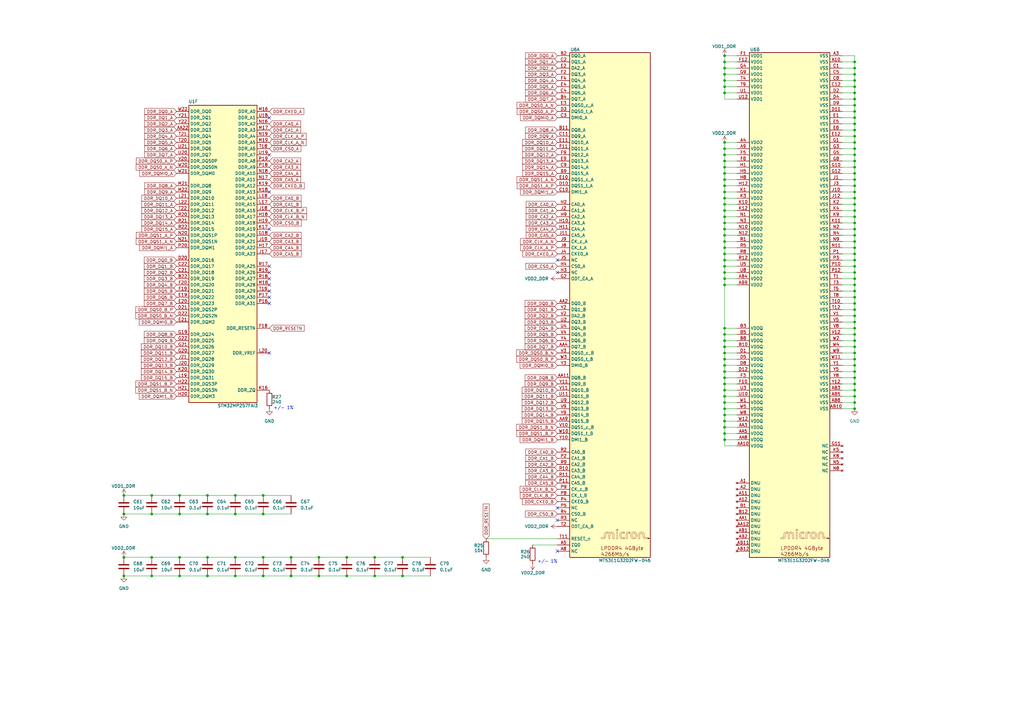
<source format=kicad_sch>
(kicad_sch (version 20250114) (generator "eeschema") (generator_version "9.0")
  (paper "A3")
  (title_block (title "DDR4-SDRAM") (date "2025-01-21") (rev "1.0") (company "Robotics"))
  (lib_symbols
    (symbol "Device:C" (pin_numbers (hide yes)) (pin_names (offset 0.254))
      (property "Reference" "C" (at 0.635 2.54 0))
      (property "Value" "C" (at 0.635 -2.54 0))
      (symbol "C_1_1"
        (pin passive line (at 0 3.81 270) (length 2.794) (name "~") (number "1"))
        (pin passive line (at 0 -3.81 90) (length 2.794) (name "~") (number "2"))
      )
    )
    (symbol "Device:R" (pin_numbers (hide yes)) (pin_names (offset 0))
      (property "Reference" "R" (at 2.032 0 90))
      (property "Value" "R" (at 0 0 90))
      (symbol "R_1_1"
        (pin passive line (at 0 3.81 270) (length 1.27) (name "~") (number "1"))
        (pin passive line (at 0 -3.81 90) (length 1.27) (name "~") (number "2"))
      )
    )
    (symbol "MY_MPU:STM32MP257FAI3"
      (property "Reference" "U" (at 6.096 3.302 0))
      (property "Value" "STM32MP257FAI3" (at 20.066 -225.298 0))
      (symbol "STM32MP257FAI3_1_1"
        (pin passive line (at 0 0 0) (length 5.08) (name "PA0") (number "Y2"))
        (pin passive line (at 0 -2.54 0) (length 5.08) (name "PA1") (number "V15"))
        (pin passive line (at 0 -5.08 0) (length 5.08) (name "PA2") (number "W13"))
        (pin passive line (at 0 -7.62 0) (length 5.08) (name "PA3") (number "T14"))
        (pin passive line (at 0 -10.16 0) (length 5.08) (name "PA4") (number "Y15"))
        (pin passive line (at 0 -12.7 0) (length 5.08) (name "PA5") (number "Y13"))
        (pin passive line (at 0 -15.24 0) (length 5.08) (name "PA6") (number "V14"))
        (pin passive line (at 0 -17.78 0) (length 5.08) (name "PA7") (number "Y14"))
        (pin passive line (at 0 -20.32 0) (length 5.08) (name "PA8") (number "W15"))
        (pin passive line (at 0 -22.86 0) (length 5.08) (name "PA9") (number "T12"))
        (pin passive line (at 0 -25.4 0) (length 5.08) (name "PA10") (number "U13"))
        (pin passive line (at 0 -27.94 0) (length 5.08) (name "PA11") (number "W12"))
        (pin passive line (at 0 -30.48 0) (length 5.08) (name "PA12") (number "U12"))
        (pin passive line (at 0 -33.02 0) (length 5.08) (name "PA13") (number "Y12"))
        (pin passive line (at 0 -35.56 0) (length 5.08) (name "PA14") (number "U10"))
        (pin passive line (at 0 -38.1 0) (length 5.08) (name "PA15") (number "T10"))
        (pin passive line (at 0 -43.18 0) (length 5.08) (name "PB0") (number "C11"))
        (pin passive line (at 0 -45.72 0) (length 5.08) (name "PB1") (number "D11"))
        (pin passive line (at 0 -48.26 0) (length 5.08) (name "PB2") (number "C10"))
        (pin passive line (at 0 -50.8 0) (length 5.08) (name "PB3") (number "E10"))
        (pin passive line (at 0 -53.34 0) (length 5.08) (name "PB4") (number "D10"))
        (pin passive line (at 0 -55.88 0) (length 5.08) (name "PB5") (number "B11"))
        (pin passive line (at 0 -58.42 0) (length 5.08) (name "PB6") (number "C12"))
        (pin passive line (at 0 -60.96 0) (length 5.08) (name "PB7") (number "D12"))
        (pin passive line (at 0 -63.5 0) (length 5.08) (name "PB8") (number "G11"))
        (pin passive line (at 0 -66.04 0) (length 5.08) (name "PB9") (number "A12"))
        (pin passive line (at 0 -68.58 0) (length 5.08) (name "PB10") (number "A11"))
        (pin passive line (at 0 -71.12 0) (length 5.08) (name "PB11") (number "B12"))
        (pin passive line (at 0 -73.66 0) (length 5.08) (name "PB12") (number "B20"))
        (pin passive line (at 0 -76.2 0) (length 5.08) (name "PB13") (number "D19"))
        (pin passive line (at 0 -78.74 0) (length 5.08) (name "PB14") (number "C20"))
        (pin passive line (at 0 -81.28 0) (length 5.08) (name "PB15") (number "AB4"))
        (pin passive line (at 35.56 0 180) (length 5.08) (name "PC0") (number "AA12"))
        (pin passive line (at 35.56 -2.54 180) (length 5.08) (name "PC1") (number "V11"))
        (pin passive line (at 35.56 -5.08 180) (length 5.08) (name "PC2") (number "Y11"))
        (pin passive line (at 35.56 -7.62 180) (length 5.08) (name "PC3") (number "W9"))
        (pin passive line (at 35.56 -10.16 180) (length 5.08) (name "PC4") (number "V9"))
        (pin passive line (at 35.56 -12.7 180) (length 5.08) (name "PC5") (number "U9"))
        (pin passive line (at 35.56 -15.24 180) (length 5.08) (name "PC6") (number "AA10"))
        (pin passive line (at 35.56 -17.78 180) (length 5.08) (name "PC7") (number "Y8"))
        (pin passive line (at 35.56 -20.32 180) (length 5.08) (name "PC8") (number "V8"))
        (pin passive line (at 35.56 -22.86 180) (length 5.08) (name "PC9") (number "U8"))
        (pin passive line (at 35.56 -25.4 180) (length 5.08) (name "PC10") (number "T8"))
        (pin passive line (at 35.56 -27.94 180) (length 5.08) (name "PC11") (number "AB7"))
        (pin passive line (at 35.56 -30.48 180) (length 5.08) (name "PC12") (number "Y7"))
        (pin passive line (at 35.56 -33.02 180) (length 5.08) (name "PC13") (number "P6"))
        (pin passive line (at 35.56 -35.56 180) (length 5.08) (name "OSC32_IN") (number "R1"))
        (pin passive line (at 35.56 -38.1 180) (length 5.08) (name "OSC32_OUT") (number "R2"))
        (pin passive line (at 35.56 -43.18 180) (length 5.08) (name "PD0") (number "D14"))
        (pin passive line (at 35.56 -45.72 180) (length 5.08) (name "PD1") (number "E15"))
        (pin passive line (at 35.56 -48.26 180) (length 5.08) (name "PD2") (number "E14"))
        (pin passive line (at 35.56 -50.8 180) (length 5.08) (name "PD3") (number "C15"))
        (pin passive line (at 35.56 -53.34 180) (length 5.08) (name "PD4") (number "C14"))
        (pin passive line (at 35.56 -55.88 180) (length 5.08) (name "PD5") (number "B15"))
        (pin passive line (at 35.56 -58.42 180) (length 5.08) (name "PD6") (number "A15"))
        (pin passive line (at 35.56 -60.96 180) (length 5.08) (name "PD7") (number "D15"))
        (pin passive line (at 35.56 -63.5 180) (length 5.08) (name "PD8") (number "C13"))
        (pin passive line (at 35.56 -66.04 180) (length 5.08) (name "PD9") (number "B13"))
        (pin passive line (at 35.56 -68.58 180) (length 5.08) (name "PD10") (number "D13"))
        (pin passive line (at 35.56 -71.12 180) (length 5.08) (name "PD11") (number "E13"))
        (pin passive line (at 35.56 -73.66 180) (length 5.08) (name "PD12") (number "A21"))
        (pin passive line (at 35.56 -76.2 180) (length 5.08) (name "PD13") (number "B21"))
        (pin passive line (at 35.56 -78.74 180) (length 5.08) (name "PD14") (number "G15"))
        (pin passive line (at 35.56 -81.28 180) (length 5.08) (name "PD15") (number "F16"))
      )
      (symbol "STM32MP257FAI3_2_1"
        (pin passive line (at 0 0 0) (length 5.08) (name "PE0") (number "A16"))
        (pin passive line (at 0 -2.54 0) (length 5.08) (name "PE1") (number "B16"))
        (pin passive line (at 0 -5.08 0) (length 5.08) (name "PE2") (number "C16"))
        (pin passive line (at 0 -7.62 0) (length 5.08) (name "PE3") (number "D16"))
        (pin passive line (at 0 -10.16 0) (length 5.08) (name "PE4") (number "B17"))
        (pin passive line (at 0 -12.7 0) (length 5.08) (name "PE5") (number "C17"))
        (pin passive line (at 0 -15.24 0) (length 5.08) (name "PE6") (number "E16"))
        (pin passive line (at 0 -17.78 0) (length 5.08) (name "PE7") (number "D17"))
        (pin passive line (at 0 -20.32 0) (length 5.08) (name "PE8") (number "C18"))
        (pin passive line (at 0 -22.86 0) (length 5.08) (name "PE9") (number "D18"))
        (pin passive line (at 0 -25.4 0) (length 5.08) (name "PE10") (number "A19"))
        (pin passive line (at 0 -27.94 0) (length 5.08) (name "PE11") (number "E17"))
        (pin passive line (at 0 -30.48 0) (length 5.08) (name "PE12") (number "C19"))
        (pin passive line (at 0 -33.02 0) (length 5.08) (name "PE13") (number "B19"))
        (pin passive line (at 0 -35.56 0) (length 5.08) (name "PE14") (number "A20"))
        (pin passive line (at 0 -38.1 0) (length 5.08) (name "PE15") (number "F17"))
        (pin passive line (at 0 -43.18 0) (length 5.08) (name "PF0") (number "V12"))
        (pin passive line (at 0 -45.72 0) (length 5.08) (name "PF1") (number "W11"))
        (pin passive line (at 0 -48.26 0) (length 5.08) (name "PF2") (number "V10"))
        (pin passive line (at 0 -50.8 0) (length 5.08) (name "PF3") (number "W10"))
        (pin passive line (at 0 -53.34 0) (length 5.08) (name "PF4") (number "Y10"))
        (pin passive line (at 0 -55.88 0) (length 5.08) (name "PF5") (number "Y9"))
        (pin passive line (at 0 -58.42 0) (length 5.08) (name "PF6") (number "AB8"))
        (pin passive line (at 0 -60.96 0) (length 5.08) (name "PF7") (number "T9"))
        (pin passive line (at 0 -63.5 0) (length 5.08) (name "PF8") (number "AA8"))
        (pin passive line (at 0 -66.04 0) (length 5.08) (name "PF9") (number "AA7"))
        (pin passive line (at 0 -68.58 0) (length 5.08) (name "PF10") (number "AA6"))
        (pin passive line (at 0 -71.12 0) (length 5.08) (name "PF11") (number "Y6"))
        (pin passive line (at 0 -73.66 0) (length 5.08) (name "PF12") (number "K3"))
        (pin passive line (at 0 -76.2 0) (length 5.08) (name "PF13") (number "L4"))
        (pin passive line (at 0 -78.74 0) (length 5.08) (name "PF14") (number "H1"))
        (pin passive line (at 0 -81.28 0) (length 5.08) (name "PF15") (number "L7"))
        (pin passive line (at 35.56 0 180) (length 5.08) (name "PG0") (number "W7"))
        (pin passive line (at 35.56 -2.54 180) (length 5.08) (name "PG1") (number "W6"))
        (pin passive line (at 35.56 -5.08 180) (length 5.08) (name "PG2") (number "Y4"))
        (pin passive line (at 35.56 -7.62 180) (length 5.08) (name "PG3") (number "W4"))
        (pin passive line (at 35.56 -10.16 180) (length 5.08) (name "PG4") (number "AA4"))
        (pin passive line (at 35.56 -12.7 180) (length 5.08) (name "PG5") (number "L1"))
        (pin passive line (at 35.56 -15.24 180) (length 5.08) (name "PG6") (number "H2"))
        (pin passive line (at 35.56 -17.78 180) (length 5.08) (name "PG7") (number "K4"))
        (pin passive line (at 35.56 -20.32 180) (length 5.08) (name "PG8") (number "L5"))
        (pin passive line (at 35.56 -22.86 180) (length 5.08) (name "PG9") (number "G3"))
        (pin passive line (at 35.56 -25.4 180) (length 5.08) (name "PG10") (number "H3"))
        (pin passive line (at 35.56 -27.94 180) (length 5.08) (name "PG11") (number "J4"))
        (pin passive line (at 35.56 -30.48 180) (length 5.08) (name "PG12") (number "J3"))
        (pin passive line (at 35.56 -33.02 180) (length 5.08) (name "PG13") (number "K5"))
        (pin passive line (at 35.56 -35.56 180) (length 5.08) (name "PG14") (number "G4"))
        (pin passive line (at 35.56 -38.1 180) (length 5.08) (name "PG15") (number "H4"))
        (pin passive line (at 35.56 -43.18 180) (length 5.08) (name "OSC_IN") (number "V3"))
        (pin passive line (at 35.56 -45.72 180) (length 5.08) (name "OSC_OUT") (number "V2"))
        (pin passive line (at 35.56 -50.8 180) (length 5.08) (name "PH2") (number "V13"))
        (pin passive line (at 35.56 -53.34 180) (length 5.08) (name "PH3") (number "W14"))
        (pin passive line (at 35.56 -55.88 180) (length 5.08) (name "PH4") (number "AB15"))
        (pin passive line (at 35.56 -58.42 180) (length 5.08) (name "PH5") (number "AA15"))
        (pin passive line (at 35.56 -60.96 180) (length 5.08) (name "PH6") (number "AA14"))
        (pin passive line (at 35.56 -63.5 180) (length 5.08) (name "PH7") (number "T13"))
        (pin passive line (at 35.56 -66.04 180) (length 5.08) (name "PH8") (number "U14"))
        (pin passive line (at 35.56 -68.58 180) (length 5.08) (name "PH9") (number "AB12"))
        (pin passive line (at 35.56 -71.12 180) (length 5.08) (name "PH10") (number "U11"))
        (pin passive line (at 35.56 -73.66 180) (length 5.08) (name "PH11") (number "T11"))
        (pin passive line (at 35.56 -76.2 180) (length 5.08) (name "PH12") (number "AA11"))
        (pin passive line (at 35.56 -78.74 180) (length 5.08) (name "PH13") (number "AB11"))
      )
      (symbol "STM32MP257FAI3_3_1"
        (pin passive line (at 0 0 0) (length 5.08) (name "PI0") (number "G5"))
        (pin passive line (at 0 -2.54 0) (length 5.08) (name "PI1") (number "H6"))
        (pin passive line (at 0 -5.08 0) (length 5.08) (name "PI2") (number "J5"))
        (pin passive line (at 0 -7.62 0) (length 5.08) (name "PI3") (number "J6"))
        (pin passive line (at 0 -10.16 0) (length 5.08) (name "PI4") (number "K6"))
        (pin passive line (at 0 -12.7 0) (length 5.08) (name "PI5") (number "H5"))
        (pin passive line (at 0 -15.24 0) (length 5.08) (name "PI6") (number "J7"))
        (pin passive line (at 0 -17.78 0) (length 5.08) (name "PI7") (number "L6"))
        (pin passive line (at 0 -20.32 0) (length 5.08) (name "PI8") (number "M6"))
        (pin passive line (at 0 -22.86 0) (length 5.08) (name "PI9") (number "K7"))
        (pin passive line (at 0 -25.4 0) (length 5.08) (name "PI10") (number "G16"))
        (pin passive line (at 0 -27.94 0) (length 5.08) (name "PI11") (number "E18"))
        (pin passive line (at 0 -30.48 0) (length 5.08) (name "PI12") (number "G1"))
        (pin passive line (at 0 -33.02 0) (length 5.08) (name "PI13") (number "G2"))
        (pin passive line (at 0 -35.56 0) (length 5.08) (name "PI14") (number "G13"))
        (pin passive line (at 0 -38.1 0) (length 5.08) (name "PI15") (number "E11"))
        (pin passive line (at 0 -43.18 0) (length 5.08) (name "PJ0") (number "U15"))
        (pin passive line (at 0 -45.72 0) (length 5.08) (name "PJ1") (number "Y3"))
        (pin passive line (at 0 -48.26 0) (length 5.08) (name "PJ2") (number "AB3"))
        (pin passive line (at 0 -50.8 0) (length 5.08) (name "PJ3") (number "AA3"))
        (pin passive line (at 0 -53.34 0) (length 5.08) (name "PJ4") (number "W3"))
        (pin passive line (at 0 -55.88 0) (length 5.08) (name "PJ5") (number "V4"))
        (pin passive line (at 0 -58.42 0) (length 5.08) (name "PJ6") (number "U5"))
        (pin passive line (at 0 -60.96 0) (length 5.08) (name "PJ7") (number "W2"))
        (pin passive line (at 0 -63.5 0) (length 5.08) (name "PJ8") (number "M2"))
        (pin passive line (at 0 -66.04 0) (length 5.08) (name "PJ9") (number "M1"))
        (pin passive line (at 0 -68.58 0) (length 5.08) (name "PJ10") (number "M3"))
        (pin passive line (at 0 -71.12 0) (length 5.08) (name "PJ11") (number "M5"))
        (pin passive line (at 0 -73.66 0) (length 5.08) (name "PJ12") (number "L2"))
        (pin passive line (at 0 -76.2 0) (length 5.08) (name "PJ13") (number "M4"))
        (pin passive line (at 0 -78.74 0) (length 5.08) (name "PJ14") (number "L3"))
        (pin passive line (at 0 -81.28 0) (length 5.08) (name "PJ15") (number "K2"))
        (pin passive line (at 0 -86.36 0) (length 5.08) (name "BOOT0") (number "R4"))
        (pin passive line (at 0 -88.9 0) (length 5.08) (name "BOOT1") (number "R3"))
        (pin passive line (at 0 -91.44 0) (length 5.08) (name "BOOT2") (number "T2"))
        (pin passive line (at 0 -93.98 0) (length 5.08) (name "BOOT3") (number "T1"))
        (pin passive line (at 35.56 0 180) (length 5.08) (name "PK0") (number "F12"))
        (pin passive line (at 35.56 -2.54 180) (length 5.08) (name "PK1") (number "E12"))
        (pin passive line (at 35.56 -5.08 180) (length 5.08) (name "PK2") (number "F13"))
        (pin passive line (at 35.56 -7.62 180) (length 5.08) (name "PK3") (number "F15"))
        (pin passive line (at 35.56 -10.16 180) (length 5.08) (name "PK4") (number "F11"))
        (pin passive line (at 35.56 -12.7 180) (length 5.08) (name "PK5") (number "F14"))
        (pin passive line (at 35.56 -15.24 180) (length 5.08) (name "PK6") (number "G12"))
        (pin passive line (at 35.56 -17.78 180) (length 5.08) (name "PK7") (number "G14"))
        (pin passive line (at 35.56 -22.86 180) (length 5.08) (name "PZ0") (number "N5"))
        (pin passive line (at 35.56 -25.4 180) (length 5.08) (name "PZ1") (number "N6"))
        (pin passive line (at 35.56 -27.94 180) (length 5.08) (name "PZ2") (number "P4"))
        (pin passive line (at 35.56 -30.48 180) (length 5.08) (name "PZ3") (number "N4"))
        (pin passive line (at 35.56 -33.02 180) (length 5.08) (name "PZ4") (number "R5"))
        (pin passive line (at 35.56 -35.56 180) (length 5.08) (name "PZ5") (number "P5"))
        (pin passive line (at 35.56 -38.1 180) (length 5.08) (name "PZ6") (number "R6"))
        (pin passive line (at 35.56 -40.64 180) (length 5.08) (name "PZ7") (number "P2"))
        (pin passive line (at 35.56 -43.18 180) (length 5.08) (name "PZ8") (number "P3"))
        (pin passive line (at 35.56 -45.72 180) (length 5.08) (name "PZ9") (number "N3"))
        (pin passive line (at 35.56 -50.8 180) (length 5.08) (name "ANA0") (number "V5"))
        (pin passive line (at 35.56 -53.34 180) (length 5.08) (name "ANA1") (number "V6"))
        (pin passive line (at 35.56 -58.42 180) (length 5.08) (name "PDR_ON") (number "T7"))
        (pin passive line (at 35.56 -63.5 180) (length 5.08) (name "NRST") (number "U3"))
        (pin passive line (at 35.56 -66.04 180) (length 5.08) (name "NRSTC1MS") (number "T3"))
        (pin passive line (at 35.56 -71.12 180) (length 5.08) (name "PWR_ON") (number "T5"))
        (pin passive line (at 35.56 -73.66 180) (length 5.08) (name "PWR_LP") (number "U4"))
        (pin passive line (at 35.56 -78.74 180) (length 5.08) (name "PWR_CPU_ON") (number "T6"))
        (pin passive line (at 35.56 -83.82 180) (length 5.08) (name "JTMS-SWDIO") (number "Y1"))
        (pin passive line (at 35.56 -86.36 180) (length 5.08) (name "JTCK-SWCLK") (number "AA1"))
        (pin passive line (at 35.56 -88.9 180) (length 5.08) (name "JTDI") (number "AB2"))
        (pin passive line (at 35.56 -91.44 180) (length 5.08) (name "JTDO-TRACESWO") (number "W1"))
        (pin passive line (at 35.56 -93.98 180) (length 5.08) (name "NJTRST") (number "AA2"))
      )
      (symbol "STM32MP257FAI3_4_1"
        (pin passive line (at 0 -5.08 0) (length 5.08) (name "DSI_REXT") (number "E8"))
        (pin passive line (at 31.75 -2.54 180) (length 5.08) (name "CSI_CKN") (number "D6"))
        (pin passive line (at 31.75 -5.08 180) (length 5.08) (name "CSI_CKP") (number "C6"))
        (pin passive line (at 31.75 -7.62 180) (length 5.08) (name "CSI_D0N") (number "B5"))
        (pin passive line (at 31.75 -10.16 180) (length 5.08) (name "CSI_D0P") (number "C5"))
        (pin passive line (at 31.75 -12.7 180) (length 5.08) (name "CSI_D1N") (number "E7"))
        (pin passive line (at 31.75 -15.24 180) (length 5.08) (name "CSI_D1P") (number "D7"))
      )
      (symbol "STM32MP257FAI3_5_1"
        (pin passive line (at -5.08 -43.18 0) (length 5.08) (name "COMBOPHY_REXT") (number "Y20"))
        (pin passive line (at 35.56 -5.08 180) (length 5.08) (name "PCIE_CLKINN") (number "AA18"))
        (pin passive line (at 35.56 -7.62 180) (length 5.08) (name "PCIE_CLKINP") (number "Y18"))
        (pin passive line (at 35.56 -17.78 180) (length 5.08) (name "PCIE_CLKOUTN") (number "AB21"))
        (pin passive line (at 35.56 -20.32 180) (length 5.08) (name "PCIE_CLKOUTP") (number "AA21"))
        (pin passive line (at 35.56 -30.48 180) (length 5.08) (name "COMBOPHY_RX1N") (number "AB20"))
        (pin passive line (at 35.56 -33.02 180) (length 5.08) (name "COMBOPHY_RX1P") (number "AA20"))
        (pin passive line (at 35.56 -35.56 180) (length 5.08) (name "COMBOPHY_TX1N") (number "AB19"))
        (pin passive line (at 35.56 -38.1 180) (length 5.08) (name "COMBOPHY_TX1P") (number "AA19"))
        (pin passive line (at 35.56 -48.26 180) (length 5.08) (name "USB3DR_DM") (number "Y17"))
        (pin passive line (at 35.56 -50.8 180) (length 5.08) (name "USB3DR_DP") (number "W17"))
        (pin passive line (at 35.56 -60.96 180) (length 5.08) (name "USBH_HS_DM") (number "AB16"))
        (pin passive line (at 35.56 -63.5 180) (length 5.08) (name "USBH_HS_DP") (number "AA16"))
        (pin passive line (at 35.56 -68.58 180) (length 5.08) (name "UCPD1_CC1") (number "T15"))
        (pin passive line (at 35.56 -71.12 180) (length 5.08) (name "UCPD1_CC2") (number "T17"))
        (pin passive line (at 35.56 -76.2 180) (length 5.08) (name "USB3DR_TXRTUNE") (number "V17"))
        (pin passive line (at 35.56 -78.74 180) (length 5.08) (name "USBH_HS_TXRTUNE") (number "V16"))
        (pin passive line (at 35.56 -83.82 180) (length 5.08) (name "DNU") (number "U16"))
      )
      (symbol "STM32MP257FAI3_6_1"
        (pin passive line (at 0 0 0) (length 5.08) (name "DDR_DQ0") (number "W22"))
        (pin passive line (at 0 -2.54 0) (length 5.08) (name "DDR_DQ1") (number "Y21"))
        (pin passive line (at 0 -5.08 0) (length 5.08) (name "DDR_DQ2") (number "Y22"))
        (pin passive line (at 0 -7.62 0) (length 5.08) (name "DDR_DQ3") (number "AA22"))
        (pin passive line (at 0 -10.16 0) (length 5.08) (name "DDR_DQ4") (number "T21"))
        (pin passive line (at 0 -12.7 0) (length 5.08) (name "DDR_DQ5") (number "T20"))
        (pin passive line (at 0 -15.24 0) (length 5.08) (name "DDR_DQ6") (number "U21"))
        (pin passive line (at 0 -17.78 0) (length 5.08) (name "DDR_DQ7") (number "U20"))
        (pin passive line (at 0 -20.32 0) (length 5.08) (name "DDR_DQS0P") (number "V20"))
        (pin passive line (at 0 -22.86 0) (length 5.08) (name "DDR_DQS0N") (number "W20"))
        (pin passive line (at 0 -25.4 0) (length 5.08) (name "DDR_DQM0") (number "W21"))
        (pin passive line (at 0 -30.48 0) (length 5.08) (name "DDR_DQ8") (number "M21"))
        (pin passive line (at 0 -33.02 0) (length 5.08) (name "DDR_DQ9") (number "M22"))
        (pin passive line (at 0 -35.56 0) (length 5.08) (name "DDR_DQ10") (number "L21"))
        (pin passive line (at 0 -38.1 0) (length 5.08) (name "DDR_DQ11") (number "L22"))
        (pin passive line (at 0 -40.64 0) (length 5.08) (name "DDR_DQ12") (number "T22"))
        (pin passive line (at 0 -43.18 0) (length 5.08) (name "DDR_DQ13") (number "R20"))
        (pin passive line (at 0 -45.72 0) (length 5.08) (name "DDR_DQ14") (number "R21"))
        (pin passive line (at 0 -48.26 0) (length 5.08) (name "DDR_DQ15") (number "R22"))
        (pin passive line (at 0 -50.8 0) (length 5.08) (name "DDR_DQS1P") (number "N20"))
        (pin passive line (at 0 -53.34 0) (length 5.08) (name "DDR_DQS1N") (number "N21"))
        (pin passive line (at 0 -55.88 0) (length 5.08) (name "DDR_DQM1") (number "P20"))
        (pin passive line (at 0 -60.96 0) (length 5.08) (name "DDR_DQ16") (number "D20"))
        (pin passive line (at 0 -63.5 0) (length 5.08) (name "DDR_DQ17") (number "C22"))
        (pin passive line (at 0 -66.04 0) (length 5.08) (name "DDR_DQ18") (number "C21"))
        (pin passive line (at 0 -68.58 0) (length 5.08) (name "DDR_DQ19") (number "B22"))
        (pin passive line (at 0 -71.12 0) (length 5.08) (name "DDR_DQ20") (number "F20"))
        (pin passive line (at 0 -73.66 0) (length 5.08) (name "DDR_DQ21") (number "F19"))
        (pin passive line (at 0 -76.2 0) (length 5.08) (name "DDR_DQ22") (number "E19"))
        (pin passive line (at 0 -78.74 0) (length 5.08) (name "DDR_DQ23") (number "E20"))
        (pin passive line (at 0 -81.28 0) (length 5.08) (name "DDR_DQS2P") (number "D21"))
        (pin passive line (at 0 -83.82 0) (length 5.08) (name "DDR_DQS2N") (number "D22"))
        (pin passive line (at 0 -86.36 0) (length 5.08) (name "DDR_DQM2") (number "E21"))
        (pin passive line (at 0 -91.44 0) (length 5.08) (name "DDR_DQ24") (number "G19"))
        (pin passive line (at 0 -93.98 0) (length 5.08) (name "DDR_DQ25") (number "G22"))
        (pin passive line (at 0 -96.52 0) (length 5.08) (name "DDR_DQ26") (number "G21"))
        (pin passive line (at 0 -99.06 0) (length 5.08) (name "DDR_DQ27") (number "G20"))
        (pin passive line (at 0 -101.6 0) (length 5.08) (name "DDR_DQ28") (number "J21"))
        (pin passive line (at 0 -104.14 0) (length 5.08) (name "DDR_DQ29") (number "J20"))
        (pin passive line (at 0 -106.68 0) (length 5.08) (name "DDR_DQ30") (number "K20"))
        (pin passive line (at 0 -109.22 0) (length 5.08) (name "DDR_DQ31") (number "L19"))
        (pin passive line (at 0 -111.76 0) (length 5.08) (name "DDR_DQS3P") (number "H22"))
        (pin passive line (at 0 -114.3 0) (length 5.08) (name "DDR_DQS3N") (number "H21"))
        (pin passive line (at 0 -116.84 0) (length 5.08) (name "DDR_DQM3") (number "H20"))
        (pin passive line (at 38.1 0 180) (length 5.08) (name "DDR_A0") (number "M16"))
        (pin passive line (at 38.1 -2.54 180) (length 5.08) (name "DDR_A1") (number "U18"))
        (pin passive line (at 38.1 -5.08 180) (length 5.08) (name "DDR_A2") (number "N16"))
        (pin passive line (at 38.1 -7.62 180) (length 5.08) (name "DDR_A3") (number "M17"))
        (pin passive line (at 38.1 -10.16 180) (length 5.08) (name "DDR_A4") (number "N19"))
        (pin passive line (at 38.1 -12.7 180) (length 5.08) (name "DDR_A5") (number "M19"))
        (pin passive line (at 38.1 -15.24 180) (length 5.08) (name "DDR_A6") (number "T18"))
        (pin passive line (at 38.1 -17.78 180) (length 5.08) (name "DDR_A7") (number "U19"))
        (pin passive line (at 38.1 -20.32 180) (length 5.08) (name "DDR_A8") (number "P19"))
        (pin passive line (at 38.1 -22.86 180) (length 5.08) (name "DDR_A9") (number "P18"))
        (pin passive line (at 38.1 -25.4 180) (length 5.08) (name "DDR_A10") (number "N18"))
        (pin passive line (at 38.1 -27.94 180) (length 5.08) (name "DDR_A11") (number "N17"))
        (pin passive line (at 38.1 -30.48 180) (length 5.08) (name "DDR_A12") (number "K19"))
        (pin passive line (at 38.1 -33.02 180) (length 5.08) (name "DDR_A13") (number "K18"))
        (pin passive line (at 38.1 -35.56 180) (length 5.08) (name "DDR_A14") (number "L18"))
        (pin passive line (at 38.1 -38.1 180) (length 5.08) (name "DDR_A15") (number "L17"))
        (pin passive line (at 38.1 -40.64 180) (length 5.08) (name "DDR_A16") (number "J18"))
        (pin passive line (at 38.1 -43.18 180) (length 5.08) (name "DDR_A17") (number "H18"))
        (pin passive line (at 38.1 -45.72 180) (length 5.08) (name "DDR_A18") (number "H19"))
        (pin passive line (at 38.1 -48.26 180) (length 5.08) (name "DDR_A19") (number "K17"))
        (pin passive line (at 38.1 -50.8 180) (length 5.08) (name "DDR_A20") (number "G18"))
        (pin passive line (at 38.1 -53.34 180) (length 5.08) (name "DDR_A21") (number "J19"))
        (pin passive line (at 38.1 -55.88 180) (length 5.08) (name "DDR_A22") (number "H17"))
        (pin passive line (at 38.1 -58.42 180) (length 5.08) (name "DDR_A23") (number "J17"))
        (pin passive line (at 38.1 -63.5 180) (length 5.08) (name "DDR_A25") (number "R17"))
        (pin passive line (at 38.1 -66.04 180) (length 5.08) (name "DDR_A26") (number "R19"))
        (pin passive line (at 38.1 -68.58 180) (length 5.08) (name "DDR_A27") (number "R18"))
        (pin passive line (at 38.1 -71.12 180) (length 5.08) (name "DDR_A28") (number "M18"))
        (pin passive line (at 38.1 -73.66 180) (length 5.08) (name "DDR_A29") (number "T19"))
        (pin passive line (at 38.1 -76.2 180) (length 5.08) (name "DDR_A30") (number "P17"))
        (pin passive line (at 38.1 -78.74 180) (length 5.08) (name "DDR_A31") (number "P16"))
        (pin passive line (at 38.1 -88.9 180) (length 5.08) (name "DDR_RESETN") (number "F18"))
        (pin passive line (at 38.1 -99.06 180) (length 5.08) (name "DDR_VREF") (number "L20"))
        (pin passive line (at 38.1 -114.3 180) (length 5.08) (name "DDR_ZQ") (number "K16"))
      )
      (symbol "STM32MP257FAI3_7_1"
        (pin passive line (at 0 0 0) (length 5.08) (name "VDDCORE_1") (number "H7"))
        (pin passive line (at 0 -2.54 0) (length 5.08) (name "VDDCORE_3") (number "J8"))
        (pin passive line (at 0 -5.08 0) (length 5.08) (name "VDDCORE_2") (number "H9"))
        (pin passive line (at 0 -7.62 0) (length 5.08) (name "VDDCORE_4") (number "J10"))
        (pin passive line (at 0 -10.16 0) (length 5.08) (name "VDDCORE_5") (number "K9"))
        (pin passive line (at 0 -12.7 0) (length 5.08) (name "VDDCORE_6") (number "K11"))
        (pin passive line (at 0 -15.24 0) (length 5.08) (name "VDDCORE_7") (number "L10"))
        (pin passive line (at 0 -20.32 0) (length 5.08) (name "VDDGPU_1") (number "M11"))
        (pin passive line (at 0 -22.86 0) (length 5.08) (name "VDDGPU_2") (number "M13"))
        (pin passive line (at 0 -25.4 0) (length 5.08) (name "VDDGPU_3") (number "N10"))
        (pin passive line (at 0 -27.94 0) (length 5.08) (name "VDDGPU_4") (number "N12"))
        (pin passive line (at 0 -30.48 0) (length 5.08) (name "VDDGPU_5") (number "P13"))
        (pin passive line (at 0 -33.02 0) (length 5.08) (name "VDDGPU_6") (number "R12"))
        (pin passive line (at 0 -38.1 0) (length 5.08) (name "VDDCPU_1") (number "H11"))
        (pin passive line (at 0 -40.64 0) (length 5.08) (name "VDDCPU_2") (number "H13"))
        (pin passive line (at 0 -43.18 0) (length 5.08) (name "VDDCPU_3") (number "H15"))
        (pin passive line (at 0 -45.72 0) (length 5.08) (name "VDDCPU_4") (number "J12"))
        (pin passive line (at 0 -48.26 0) (length 5.08) (name "VDDCPU_5") (number "J14"))
        (pin passive line (at 0 -50.8 0) (length 5.08) (name "VDDCPU_6") (number "K13"))
        (pin passive line (at 0 -53.34 0) (length 5.08) (name "VDDCPU_7") (number "L12"))
        (pin passive line (at 0 -58.42 0) (length 5.08) (name "VDD_1") (number "M9"))
        (pin passive line (at 0 -60.96 0) (length 5.08) (name "VDD_2") (number "N8"))
        (pin passive line (at 0 -63.5 0) (length 5.08) (name "VDD_3") (number "P9"))
        (pin passive line (at 0 -66.04 0) (length 5.08) (name "VDD_4") (number "P11"))
        (pin passive line (at 0 -68.58 0) (length 5.08) (name "VDD_5") (number "R8"))
        (pin passive line (at 0 -71.12 0) (length 5.08) (name "VDD_6") (number "R10"))
        (pin passive line (at 0 -76.2 0) (length 5.08) (name "VDDQDDR_1") (number "K15"))
        (pin passive line (at 0 -78.74 0) (length 5.08) (name "VDDQDDR_2") (number "L14"))
        (pin passive line (at 0 -81.28 0) (length 5.08) (name "VDDQDDR_3") (number "L16"))
        (pin passive line (at 0 -83.82 0) (length 5.08) (name "VDDQDDR_4") (number "M15"))
        (pin passive line (at 0 -86.36 0) (length 5.08) (name "VDDQDDR_5") (number "N14"))
        (pin passive line (at 0 -88.9 0) (length 5.08) (name "VDDQDDR_6") (number "P15"))
        (pin passive line (at 0 -91.44 0) (length 5.08) (name "VDDQDDR_7") (number "R14"))
        (pin passive line (at 0 -93.98 0) (length 5.08) (name "VDDQDDR_8") (number "R16"))
        (pin passive line (at 0 -109.22 0) (length 5.08) (name "VBAT") (number "P7"))
        (pin passive line (at 0 -116.84 0) (length 5.08) (name "V08CAP") (number "M8"))
        (pin passive line (at 0 -127 0) (length 5.08) (name "VDD33USB") (number "Y16"))
        (pin passive line (at 0 -129.54 0) (length 5.08) (name "VDD33UCPD") (number "T16"))
        (pin passive line (at 0 -142.24 0) (length 5.08) (name "VDDCOMBOPHYTX") (number "Y19"))
        (pin passive line (at 0 -144.78 0) (length 5.08) (name "VDDCOMBOPHY") (number "V19"))
        (pin passive line (at 0 -147.32 0) (length 5.08) (name "VDDPCIECLK") (number "V18"))
        (pin passive line (at 0 -152.4 0) (length 5.08) (name "VDDDSI") (number "F7"))
        (pin passive line (at 0 -160.02 0) (length 5.08) (name "VREF-") (number "W5"))
        (pin passive line (at 0 -162.56 0) (length 5.08) (name "VREF+") (number "Y5"))
        (pin passive line (at 0 -172.72 0) (length 5.08) (name "VDDLVDS") (number "G7"))
        (pin passive line (at 0 -182.88 0) (length 5.08) (name "VDDCSI") (number "D5"))
        (pin passive line (at 0 -193.04 0) (length 5.08) (name "VDDIO1") (number "G10"))
        (pin passive line (at 0 -203.2 0) (length 5.08) (name "VDDIO2") (number "F10"))
        (pin passive line (at 0 -210.82 0) (length 5.08) (name "VDDIO3_1") (number "F8"))
        (pin passive line (at 0 -213.36 0) (length 5.08) (name "VDDIO3_2") (number "F9"))
        (pin passive line (at 0 -218.44 0) (length 5.08) (name "VDDIO4_1") (number "G8"))
        (pin passive line (at 0 -220.98 0) (length 5.08) (name "VDDIO4_2") (number "G9"))
        (pin passive line (at 40.64 0 180) (length 5.08) (name "VSS_1") (number "A1"))
        (pin passive line (at 40.64 -2.54 180) (length 5.08) (name "VSS_2") (number "A22"))
        (pin passive line (at 40.64 -5.08 180) (length 5.08) (name "VSS_3") (number "E5"))
        (pin passive line (at 40.64 -7.62 180) (length 5.08) (name "VSS_4") (number "G6"))
        (pin passive line (at 40.64 -10.16 180) (length 5.08) (name "VSS_5") (number "H8"))
        (pin passive line (at 40.64 -12.7 180) (length 5.08) (name "VSS_6") (number "H10"))
        (pin passive line (at 40.64 -15.24 180) (length 5.08) (name "VSS_7") (number "H12"))
        (pin passive line (at 40.64 -17.78 180) (length 5.08) (name "VSS_8") (number "H14"))
        (pin passive line (at 40.64 -20.32 180) (length 5.08) (name "VSS_9") (number "H16"))
        (pin passive line (at 40.64 -22.86 180) (length 5.08) (name "VSS_10") (number "J9"))
        (pin passive line (at 40.64 -25.4 180) (length 5.08) (name "VSS_11") (number "J11"))
        (pin passive line (at 40.64 -27.94 180) (length 5.08) (name "VSS_12") (number "J13"))
        (pin passive line (at 40.64 -30.48 180) (length 5.08) (name "VSS_13") (number "J15"))
        (pin passive line (at 40.64 -33.02 180) (length 5.08) (name "VSS_14") (number "K10"))
        (pin passive line (at 40.64 -35.56 180) (length 5.08) (name "VSS_15") (number "K12"))
        (pin passive line (at 40.64 -38.1 180) (length 5.08) (name "VSS_16") (number "K14"))
        (pin passive line (at 40.64 -40.64 180) (length 5.08) (name "VSS_17") (number "L9"))
        (pin passive line (at 40.64 -43.18 180) (length 5.08) (name "VSS_18") (number "L11"))
        (pin passive line (at 40.64 -45.72 180) (length 5.08) (name "VSS_19") (number "L13"))
        (pin passive line (at 40.64 -48.26 180) (length 5.08) (name "VSS_20") (number "L15"))
        (pin passive line (at 40.64 -50.8 180) (length 5.08) (name "VSS_21") (number "M10"))
        (pin passive line (at 40.64 -53.34 180) (length 5.08) (name "VSS_22") (number "M12"))
        (pin passive line (at 40.64 -55.88 180) (length 5.08) (name "VSS_23") (number "M14"))
        (pin passive line (at 40.64 -58.42 180) (length 5.08) (name "VSS_24") (number "M20"))
        (pin passive line (at 40.64 -60.96 180) (length 5.08) (name "VSS_25") (number "N7"))
        (pin passive line (at 40.64 -63.5 180) (length 5.08) (name "VSS_26") (number "N9"))
        (pin passive line (at 40.64 -66.04 180) (length 5.08) (name "VSS_27") (number "N11"))
        (pin passive line (at 40.64 -68.58 180) (length 5.08) (name "VSS_28") (number "N13"))
        (pin passive line (at 40.64 -71.12 180) (length 5.08) (name "VSS_29") (number "N15"))
        (pin passive line (at 40.64 -73.66 180) (length 5.08) (name "VSS_30") (number "P8"))
        (pin passive line (at 40.64 -76.2 180) (length 5.08) (name "VSS_31") (number "P10"))
        (pin passive line (at 40.64 -78.74 180) (length 5.08) (name "VSS_32") (number "P12"))
        (pin passive line (at 40.64 -81.28 180) (length 5.08) (name "VSS_33") (number "P14"))
        (pin passive line (at 40.64 -83.82 180) (length 5.08) (name "VSS_34") (number "R9"))
        (pin passive line (at 40.64 -86.36 180) (length 5.08) (name "VSS_35") (number "R11"))
        (pin passive line (at 40.64 -88.9 180) (length 5.08) (name "VSS_36") (number "R13"))
        (pin passive line (at 40.64 -91.44 180) (length 5.08) (name "VSS_37") (number "R15"))
        (pin passive line (at 40.64 -93.98 180) (length 5.08) (name "VSS_38") (number "T4"))
        (pin passive line (at 40.64 -96.52 180) (length 5.08) (name "VSS_39") (number "U6"))
        (pin passive line (at 40.64 -99.06 180) (length 5.08) (name "VSS_40") (number "W8"))
        (pin passive line (at 40.64 -101.6 180) (length 5.08) (name "VSS_41") (number "W16"))
        (pin passive line (at 40.64 -104.14 180) (length 5.08) (name "VSS_42") (number "W19"))
        (pin passive line (at 40.64 -106.68 180) (length 5.08) (name "VSS_43") (number "AB1"))
        (pin passive line (at 40.64 -109.22 180) (length 5.08) (name "VSS_44") (number "AB22"))
        (pin passive line (at 40.64 -114.3 180) (length 5.08) (name "VSSAON") (number "M7"))
        (pin passive line (at 40.64 -116.84 180) (length 5.08) (name "VSSA") (number "U7"))
        (pin passive line (at 40.64 -127 180) (length 5.08) (name "VDDA18ADC") (number "V7"))
        (pin passive line (at 40.64 -137.16 180) (length 5.08) (name "VDDA18USB") (number "U17"))
        (pin passive line (at 40.64 -149.86 180) (length 5.08) (name "VDDA18COMBOPHY") (number "W18"))
        (pin passive line (at 40.64 -157.48 180) (length 5.08) (name "VDDA18LVDS") (number "C4"))
        (pin passive line (at 40.64 -165.1 180) (length 5.08) (name "VDDA18DSI") (number "C7"))
        (pin passive line (at 40.64 -180.34 180) (length 5.08) (name "VDDA18CSI") (number "F6"))
        (pin passive line (at 40.64 -193.04 180) (length 5.08) (name "VDDA18DDR") (number "J16"))
        (pin passive line (at 40.64 -203.2 180) (length 5.08) (name "VDDA18AON") (number "R7"))
        (pin passive line (at 40.64 -210.82 180) (length 5.08) (name "VDDA18PLL1") (number "G17"))
        (pin passive line (at 40.64 -213.36 180) (length 5.08) (name "VDDA18PLL2") (number "K8"))
        (pin passive line (at 40.64 -215.9 180) (length 5.08) (name "VDDA18PLL3") (number "L8"))
      )
      (symbol "STM32MP257FAI3_8_1"
        (pin passive line (at 31.75 -5.08 180) (length 5.08) (name "LVDS1_D0N") (number "D3"))
        (pin passive line (at 31.75 -7.62 180) (length 5.08) (name "LVDS1_D0P") (number "D4"))
        (pin passive line (at 31.75 -10.16 180) (length 5.08) (name "LVDS1_D1N") (number "D1"))
        (pin passive line (at 31.75 -12.7 180) (length 5.08) (name "LVDS1_D1P") (number "D2"))
        (pin passive line (at 31.75 -15.24 180) (length 5.08) (name "LVDS1_D2N") (number "E4"))
        (pin passive line (at 31.75 -17.78 180) (length 5.08) (name "LVDS1_D2P") (number "E3"))
        (pin passive line (at 31.75 -20.32 180) (length 5.08) (name "LVDS1_D3N") (number "F3"))
        (pin passive line (at 31.75 -22.86 180) (length 5.08) (name "LVDS1_D3P") (number "F2"))
        (pin passive line (at 31.75 -25.4 180) (length 5.08) (name "LVDS1_D4N") (number "F5"))
        (pin passive line (at 31.75 -27.94 180) (length 5.08) (name "LVDS1_D4P") (number "F4"))
        (pin passive line (at 31.75 -33.02 180) (length 5.08) (name "LVDS2_D0N") (number "B4"))
        (pin passive line (at 31.75 -35.56 180) (length 5.08) (name "LVDS2_D0P") (number "A4"))
        (pin passive line (at 31.75 -38.1 180) (length 5.08) (name "LVDS2_D1N") (number "A3"))
        (pin passive line (at 31.75 -40.64 180) (length 5.08) (name "LVDS2_D1P") (number "A2"))
        (pin passive line (at 31.75 -43.18 180) (length 5.08) (name "LVDS2_D2N") (number "B3"))
        (pin passive line (at 31.75 -45.72 180) (length 5.08) (name "LVDS2_D2P") (number "C3"))
        (pin passive line (at 31.75 -48.26 180) (length 5.08) (name "LVDS2_D3N") (number "C2"))
        (pin passive line (at 31.75 -50.8 180) (length 5.08) (name "LVDS2_D3P") (number "C1"))
        (pin passive line (at 31.75 -53.34 180) (length 5.08) (name "LVDS2_D4N") (number "B2"))
        (pin passive line (at 31.75 -55.88 180) (length 5.08) (name "LVDS2_D4P") (number "B1"))
      )
      (symbol "STM32MP257FAI3_9_1"
        (pin passive line (at 0 -7.62 0) (length 5.08) (name "CSI_REXT") (number "E6"))
        (pin passive line (at 30.48 -2.54 180) (length 5.08) (name "DSI_CKN") (number "B8"))
        (pin passive line (at 30.48 -5.08 180) (length 5.08) (name "DSI_CKP") (number "A8"))
        (pin passive line (at 30.48 -7.62 180) (length 5.08) (name "DSI_D0N") (number "B9"))
        (pin passive line (at 30.48 -10.16 180) (length 5.08) (name "DSI_D0P") (number "C9"))
        (pin passive line (at 30.48 -12.7 180) (length 5.08) (name "DSI_D1N") (number "E9"))
        (pin passive line (at 30.48 -15.24 180) (length 5.08) (name "DSI_D1P") (number "D9"))
        (pin passive line (at 30.48 -17.78 180) (length 5.08) (name "DSI_D2N") (number "D8"))
        (pin passive line (at 30.48 -20.32 180) (length 5.08) (name "DSI_D2P") (number "C8"))
        (pin passive line (at 30.48 -22.86 180) (length 5.08) (name "DSI_D3P") (number "A7"))
        (pin passive line (at 30.48 -25.4 180) (length 5.08) (name "DSI_D3N") (number "B7"))
      )
    )
    (symbol "MY_RAM:MT53E1G32D2FW-046"
      (property "Reference" "U" (at 6.35 2.54 0))
      (property "Value" "MT53E1G32D2FW-046" (at 28.702 -207.264 0))
      (symbol "MT53E1G32D2FW-046_1_1"
        (text "LPDDR4 4GByte\n4266Mb/s" (at 17.78 -203.2 0) (effects (font (size 1.5 1.5)) (justify left)))
        (pin input line (at 0 0 0) (length 5.08) (name "DQ0_A") (number "B2"))
        (pin input line (at 0 -2.54 0) (length 5.08) (name "DQ1_A") (number "C2"))
        (pin input line (at 0 -5.08 0) (length 5.08) (name "DA2_A") (number "E2"))
        (pin input line (at 0 -7.62 0) (length 5.08) (name "DQ3_A") (number "F2"))
        (pin input line (at 0 -10.16 0) (length 5.08) (name "DQ4_A") (number "F4"))
        (pin input line (at 0 -12.7 0) (length 5.08) (name "DQ5_A") (number "E4"))
        (pin input line (at 0 -15.24 0) (length 5.08) (name "DQ6_A") (number "C4"))
        (pin input line (at 0 -17.78 0) (length 5.08) (name "DQ7_A") (number "B4"))
        (pin input line (at 0 -20.32 0) (length 5.08) (name "DQS0_c_A") (number "E3"))
        (pin input line (at 0 -22.86 0) (length 5.08) (name "DQS0_t_A") (number "D3"))
        (pin input line (at 0 -25.4 0) (length 5.08) (name "DMI0_A") (number "C3"))
        (pin input line (at 0 -30.48 0) (length 5.08) (name "DQ8_A") (number "B11"))
        (pin input line (at 0 -33.02 0) (length 5.08) (name "DQ9_A") (number "C11"))
        (pin input line (at 0 -35.56 0) (length 5.08) (name "DQ10_A") (number "E11"))
        (pin input line (at 0 -38.1 0) (length 5.08) (name "DQ11_A") (number "F11"))
        (pin input line (at 0 -40.64 0) (length 5.08) (name "DQ12_A") (number "F9"))
        (pin input line (at 0 -43.18 0) (length 5.08) (name "DQ13_A") (number "E9"))
        (pin input line (at 0 -45.72 0) (length 5.08) (name "DQ14_A") (number "C9"))
        (pin input line (at 0 -48.26 0) (length 5.08) (name "DQ15_A") (number "B9"))
        (pin input line (at 0 -50.8 0) (length 5.08) (name "DQS1_c_A") (number "E10"))
        (pin input line (at 0 -53.34 0) (length 5.08) (name "DQS1_t_A") (number "D10"))
        (pin input line (at 0 -55.88 0) (length 5.08) (name "DMI1_A") (number "C10"))
        (pin input line (at 0 -60.96 0) (length 5.08) (name "CA0_A") (number "H2"))
        (pin input line (at 0 -63.5 0) (length 5.08) (name "CA1_A") (number "J2"))
        (pin input line (at 0 -66.04 0) (length 5.08) (name "CA2_A") (number "H9"))
        (pin input line (at 0 -68.58 0) (length 5.08) (name "CA3_A") (number "H10"))
        (pin input line (at 0 -71.12 0) (length 5.08) (name "CA4_A") (number "H11"))
        (pin input line (at 0 -73.66 0) (length 5.08) (name "CA5_A") (number "J11"))
        (pin input line (at 0 -76.2 0) (length 5.08) (name "CK_c_A") (number "J9"))
        (pin input line (at 0 -78.74 0) (length 5.08) (name "CK_t_A") (number "J8"))
        (pin input line (at 0 -81.28 0) (length 5.08) (name "CKE0_A") (number "J4"))
        (pin input line (at 0 -83.82 0) (length 5.08) (name "NC") (number "J5"))
        (pin input line (at 0 -86.36 0) (length 5.08) (name "CS0_A") (number "H4"))
        (pin input line (at 0 -88.9 0) (length 5.08) (name "NC") (number "H3"))
        (pin input line (at 0 -91.44 0) (length 5.08) (name "ODT_CA_A") (number "G2"))
        (pin input line (at 0 -101.6 0) (length 5.08) (name "DQ0_B") (number "AA2"))
        (pin input line (at 0 -104.14 0) (length 5.08) (name "DQ1_B") (number "Y2"))
        (pin input line (at 0 -106.68 0) (length 5.08) (name "DA2_B") (number "V2"))
        (pin input line (at 0 -109.22 0) (length 5.08) (name "DQ3_B") (number "U2"))
        (pin input line (at 0 -111.76 0) (length 5.08) (name "DQ4_B") (number "U4"))
        (pin input line (at 0 -114.3 0) (length 5.08) (name "DQ5_B") (number "V4"))
        (pin input line (at 0 -116.84 0) (length 5.08) (name "DQ6_B") (number "Y4"))
        (pin input line (at 0 -119.38 0) (length 5.08) (name "DQ7_B") (number "AA4"))
        (pin input line (at 0 -121.92 0) (length 5.08) (name "DQS0_c_B") (number "V3"))
        (pin input line (at 0 -124.46 0) (length 5.08) (name "DQS0_t_B") (number "W3"))
        (pin input line (at 0 -127 0) (length 5.08) (name "DMI0_B") (number "Y3"))
        (pin input line (at 0 -132.08 0) (length 5.08) (name "DQ8_B") (number "AA11"))
        (pin input line (at 0 -134.62 0) (length 5.08) (name "DQ9_B") (number "Y11"))
        (pin input line (at 0 -137.16 0) (length 5.08) (name "DQ10_B") (number "V11"))
        (pin input line (at 0 -139.7 0) (length 5.08) (name "DQ11_B") (number "U11"))
        (pin input line (at 0 -142.24 0) (length 5.08) (name "DQ12_B") (number "U9"))
        (pin input line (at 0 -144.78 0) (length 5.08) (name "DQ13_B") (number "V9"))
        (pin input line (at 0 -147.32 0) (length 5.08) (name "DQ14_B") (number "Y9"))
        (pin input line (at 0 -149.86 0) (length 5.08) (name "DQ15_B") (number "AA9"))
        (pin input line (at 0 -152.4 0) (length 5.08) (name "DQS1_c_B") (number "V10"))
        (pin input line (at 0 -154.94 0) (length 5.08) (name "DQS1_t_B") (number "W10"))
        (pin input line (at 0 -157.48 0) (length 5.08) (name "DMI1_B") (number "Y10"))
        (pin input line (at 0 -162.56 0) (length 5.08) (name "CA0_B") (number "R2"))
        (pin input line (at 0 -165.1 0) (length 5.08) (name "CA1_B") (number "P2"))
        (pin input line (at 0 -167.64 0) (length 5.08) (name "CA2_B") (number "R9"))
        (pin input line (at 0 -170.18 0) (length 5.08) (name "CA3_B") (number "R10"))
        (pin input line (at 0 -172.72 0) (length 5.08) (name "CA4_B") (number "R11"))
        (pin input line (at 0 -175.26 0) (length 5.08) (name "CA5_B") (number "P11"))
        (pin input line (at 0 -177.8 0) (length 5.08) (name "CK_c_B") (number "P9"))
        (pin input line (at 0 -180.34 0) (length 5.08) (name "CK_t_B") (number "P8"))
        (pin input line (at 0 -182.88 0) (length 5.08) (name "CKE0_B") (number "P4"))
        (pin input line (at 0 -185.42 0) (length 5.08) (name "NC") (number "P5"))
        (pin input line (at 0 -187.96 0) (length 5.08) (name "CS0_B") (number "R4"))
        (pin input line (at 0 -190.5 0) (length 5.08) (name "NC") (number "R3"))
        (pin input line (at 0 -193.04 0) (length 5.08) (name "ODT_CA_B") (number "T2"))
        (pin input line (at 0 -198.12 0) (length 5.08) (name "RESET_n") (number "T11"))
        (pin input line (at 0 -200.66 0) (length 5.08) (name "ZQ0") (number "A5"))
        (pin input line (at 0 -203.2 0) (length 5.08) (name "NC") (number "A8"))
      )
      (symbol "MT53E1G32D2FW-046_2_1"
        (text "LPDDR4 4GByte\n4266Mb/s" (at 17.78 -203.2 0) (effects (font (size 1.5 1.5)) (justify left)))
        (pin input line (at 0 0 0) (length 5.08) (name "VDD1") (number "F1"))
        (pin input line (at 0 -2.54 0) (length 5.08) (name "VDD1") (number "F12"))
        (pin input line (at 0 -5.08 0) (length 5.08) (name "VDD1") (number "G4"))
        (pin input line (at 0 -7.62 0) (length 5.08) (name "VDD1") (number "G9"))
        (pin input line (at 0 -10.16 0) (length 5.08) (name "VDD1") (number "T4"))
        (pin input line (at 0 -12.7 0) (length 5.08) (name "VDD1") (number "T9"))
        (pin input line (at 0 -15.24 0) (length 5.08) (name "VDD1") (number "U1"))
        (pin input line (at 0 -17.78 0) (length 5.08) (name "VDD1") (number "U12"))
        (pin input line (at 0 -35.56 0) (length 5.08) (name "VDD2") (number "A4"))
        (pin input line (at 0 -38.1 0) (length 5.08) (name "VDD2") (number "A9"))
        (pin input line (at 0 -40.64 0) (length 5.08) (name "VDD2") (number "F5"))
        (pin input line (at 0 -43.18 0) (length 5.08) (name "VDD2") (number "F8"))
        (pin input line (at 0 -45.72 0) (length 5.08) (name "VDD2") (number "H1"))
        (pin input line (at 0 -48.26 0) (length 5.08) (name "VDD2") (number "H5"))
        (pin input line (at 0 -50.8 0) (length 5.08) (name "VDD2") (number "H8"))
        (pin input line (at 0 -53.34 0) (length 5.08) (name "VDD2") (number "H12"))
        (pin input line (at 0 -55.88 0) (length 5.08) (name "VDD2") (number "K1"))
        (pin input line (at 0 -58.42 0) (length 5.08) (name "VDD2") (number "K3"))
        (pin input line (at 0 -60.96 0) (length 5.08) (name "VDD2") (number "K10"))
        (pin input line (at 0 -63.5 0) (length 5.08) (name "VDD2") (number "K12"))
        (pin input line (at 0 -66.04 0) (length 5.08) (name "VDD2") (number "N1"))
        (pin input line (at 0 -68.58 0) (length 5.08) (name "VDD2") (number "N3"))
        (pin input line (at 0 -71.12 0) (length 5.08) (name "VDD2") (number "N10"))
        (pin input line (at 0 -73.66 0) (length 5.08) (name "VDD2") (number "N12"))
        (pin input line (at 0 -76.2 0) (length 5.08) (name "VDD2") (number "R1"))
        (pin input line (at 0 -78.74 0) (length 5.08) (name "VDD2") (number "R5"))
        (pin input line (at 0 -81.28 0) (length 5.08) (name "VDD2") (number "R8"))
        (pin input line (at 0 -83.82 0) (length 5.08) (name "VDD2") (number "R12"))
        (pin input line (at 0 -86.36 0) (length 5.08) (name "VDD2") (number "U5"))
        (pin input line (at 0 -88.9 0) (length 5.08) (name "VDD2") (number "U8"))
        (pin input line (at 0 -91.44 0) (length 5.08) (name "VDD2") (number "AB4"))
        (pin input line (at 0 -93.98 0) (length 5.08) (name "VDD2") (number "AB9"))
        (pin input line (at 0 -111.76 0) (length 5.08) (name "VDDQ") (number "B3"))
        (pin input line (at 0 -114.3 0) (length 5.08) (name "VDDQ") (number "B5"))
        (pin input line (at 0 -116.84 0) (length 5.08) (name "VDDQ") (number "B8"))
        (pin input line (at 0 -119.38 0) (length 5.08) (name "VDDQ") (number "B10"))
        (pin input line (at 0 -121.92 0) (length 5.08) (name "VDDQ") (number "D1"))
        (pin input line (at 0 -124.46 0) (length 5.08) (name "VDDQ") (number "D5"))
        (pin input line (at 0 -127 0) (length 5.08) (name "VDDQ") (number "D8"))
        (pin input line (at 0 -129.54 0) (length 5.08) (name "VDDQ") (number "D12"))
        (pin input line (at 0 -132.08 0) (length 5.08) (name "VDDQ") (number "F3"))
        (pin input line (at 0 -134.62 0) (length 5.08) (name "VDDQ") (number "F10"))
        (pin input line (at 0 -137.16 0) (length 5.08) (name "VDDQ") (number "U3"))
        (pin input line (at 0 -139.7 0) (length 5.08) (name "VDDQ") (number "U10"))
        (pin input line (at 0 -142.24 0) (length 5.08) (name "VDDQ") (number "W1"))
        (pin input line (at 0 -144.78 0) (length 5.08) (name "VDDQ") (number "W5"))
        (pin input line (at 0 -147.32 0) (length 5.08) (name "VDDQ") (number "W8"))
        (pin input line (at 0 -149.86 0) (length 5.08) (name "VDDQ") (number "W12"))
        (pin input line (at 0 -152.4 0) (length 5.08) (name "VDDQ") (number "AA3"))
        (pin input line (at 0 -154.94 0) (length 5.08) (name "VDDQ") (number "AA5"))
        (pin input line (at 0 -157.48 0) (length 5.08) (name "VDDQ") (number "AA8"))
        (pin input line (at 0 -160.02 0) (length 5.08) (name "VDDQ") (number "AA10"))
        (pin no_connect line (at 0 -175.26 0) (length 5.08) (name "DNU") (number "A1"))
        (pin no_connect line (at 0 -177.8 0) (length 5.08) (name "DNU") (number "A2"))
        (pin no_connect line (at 0 -180.34 0) (length 5.08) (name "DNU") (number "A11"))
        (pin no_connect line (at 0 -182.88 0) (length 5.08) (name "DNU") (number "A12"))
        (pin no_connect line (at 0 -185.42 0) (length 5.08) (name "DNU") (number "B1"))
        (pin no_connect line (at 0 -187.96 0) (length 5.08) (name "DNU") (number "B12"))
        (pin no_connect line (at 0 -190.5 0) (length 5.08) (name "DNU") (number "AA1"))
        (pin no_connect line (at 0 -193.04 0) (length 5.08) (name "DNU") (number "AA12"))
        (pin no_connect line (at 0 -195.58 0) (length 5.08) (name "DNU") (number "AB1"))
        (pin no_connect line (at 0 -198.12 0) (length 5.08) (name "DNU") (number "AB2"))
        (pin no_connect line (at 0 -200.66 0) (length 5.08) (name "DNU") (number "AB11"))
        (pin no_connect line (at 0 -203.2 0) (length 5.08) (name "DNU") (number "AB12"))
        (pin input line (at 43.18 0 180) (length 5.08) (name "VSS") (number "A3"))
        (pin input line (at 43.18 -2.54 180) (length 5.08) (name "VSS") (number "A10"))
        (pin input line (at 43.18 -5.08 180) (length 5.08) (name "VSS") (number "C1"))
        (pin input line (at 43.18 -7.62 180) (length 5.08) (name "VSS") (number "C5"))
        (pin input line (at 43.18 -10.16 180) (length 5.08) (name "VSS") (number "C8"))
        (pin input line (at 43.18 -12.7 180) (length 5.08) (name "VSS") (number "C12"))
        (pin input line (at 43.18 -15.24 180) (length 5.08) (name "VSS") (number "D2"))
        (pin input line (at 43.18 -17.78 180) (length 5.08) (name "VSS") (number "D4"))
        (pin input line (at 43.18 -20.32 180) (length 5.08) (name "VSS") (number "D9"))
        (pin input line (at 43.18 -22.86 180) (length 5.08) (name "VSS") (number "D11"))
        (pin input line (at 43.18 -25.4 180) (length 5.08) (name "VSS") (number "E1"))
        (pin input line (at 43.18 -27.94 180) (length 5.08) (name "VSS") (number "E5"))
        (pin input line (at 43.18 -30.48 180) (length 5.08) (name "VSS") (number "E8"))
        (pin input line (at 43.18 -33.02 180) (length 5.08) (name "VSS") (number "E12"))
        (pin input line (at 43.18 -35.56 180) (length 5.08) (name "VSS") (number "G1"))
        (pin input line (at 43.18 -38.1 180) (length 5.08) (name "VSS") (number "G3"))
        (pin input line (at 43.18 -40.64 180) (length 5.08) (name "VSS") (number "G5"))
        (pin input line (at 43.18 -43.18 180) (length 5.08) (name "VSS") (number "G8"))
        (pin input line (at 43.18 -45.72 180) (length 5.08) (name "VSS") (number "G10"))
        (pin input line (at 43.18 -48.26 180) (length 5.08) (name "VSS") (number "G12"))
        (pin input line (at 43.18 -50.8 180) (length 5.08) (name "VSS") (number "J1"))
        (pin input line (at 43.18 -53.34 180) (length 5.08) (name "VSS") (number "J3"))
        (pin input line (at 43.18 -55.88 180) (length 5.08) (name "VSS") (number "J10"))
        (pin input line (at 43.18 -58.42 180) (length 5.08) (name "VSS") (number "J12"))
        (pin input line (at 43.18 -60.96 180) (length 5.08) (name "VSS") (number "K2"))
        (pin input line (at 43.18 -63.5 180) (length 5.08) (name "VSS") (number "K4"))
        (pin input line (at 43.18 -66.04 180) (length 5.08) (name "VSS") (number "K9"))
        (pin input line (at 43.18 -68.58 180) (length 5.08) (name "VSS") (number "K11"))
        (pin input line (at 43.18 -71.12 180) (length 5.08) (name "VSS") (number "N2"))
        (pin input line (at 43.18 -73.66 180) (length 5.08) (name "VSS") (number "N4"))
        (pin input line (at 43.18 -76.2 180) (length 5.08) (name "VSS") (number "N9"))
        (pin input line (at 43.18 -78.74 180) (length 5.08) (name "VSS") (number "N11"))
        (pin input line (at 43.18 -81.28 180) (length 5.08) (name "VSS") (number "P1"))
        (pin input line (at 43.18 -83.82 180) (length 5.08) (name "VSS") (number "P3"))
        (pin input line (at 43.18 -86.36 180) (length 5.08) (name "VSS") (number "P10"))
        (pin input line (at 43.18 -88.9 180) (length 5.08) (name "VSS") (number "P12"))
        (pin input line (at 43.18 -91.44 180) (length 5.08) (name "VSS") (number "T1"))
        (pin input line (at 43.18 -93.98 180) (length 5.08) (name "VSS") (number "T3"))
        (pin input line (at 43.18 -96.52 180) (length 5.08) (name "VSS") (number "T5"))
        (pin input line (at 43.18 -99.06 180) (length 5.08) (name "VSS") (number "T8"))
        (pin input line (at 43.18 -101.6 180) (length 5.08) (name "VSS") (number "T10"))
        (pin input line (at 43.18 -104.14 180) (length 5.08) (name "VSS") (number "T12"))
        (pin input line (at 43.18 -106.68 180) (length 5.08) (name "VSS") (number "V1"))
        (pin input line (at 43.18 -109.22 180) (length 5.08) (name "VSS") (number "V5"))
        (pin input line (at 43.18 -111.76 180) (length 5.08) (name "VSS") (number "V8"))
        (pin input line (at 43.18 -114.3 180) (length 5.08) (name "VSS") (number "V12"))
        (pin input line (at 43.18 -116.84 180) (length 5.08) (name "VSS") (number "W2"))
        (pin input line (at 43.18 -119.38 180) (length 5.08) (name "VSS") (number "W4"))
        (pin input line (at 43.18 -121.92 180) (length 5.08) (name "VSS") (number "W9"))
        (pin input line (at 43.18 -124.46 180) (length 5.08) (name "VSS") (number "W11"))
        (pin input line (at 43.18 -127 180) (length 5.08) (name "VSS") (number "Y1"))
        (pin input line (at 43.18 -129.54 180) (length 5.08) (name "VSS") (number "Y5"))
        (pin input line (at 43.18 -132.08 180) (length 5.08) (name "VSS") (number "Y8"))
        (pin input line (at 43.18 -134.62 180) (length 5.08) (name "VSS") (number "Y12"))
        (pin input line (at 43.18 -137.16 180) (length 5.08) (name "VSS") (number "AB3"))
        (pin input line (at 43.18 -139.7 180) (length 5.08) (name "VSS") (number "AB5"))
        (pin input line (at 43.18 -142.24 180) (length 5.08) (name "VSS") (number "AB8"))
        (pin input line (at 43.18 -144.78 180) (length 5.08) (name "VSS") (number "AB10"))
        (pin no_connect line (at 43.18 -160.02 180) (length 5.08) (name "NC") (number "G11"))
        (pin no_connect line (at 43.18 -162.56 180) (length 5.08) (name "NC") (number "K5"))
        (pin no_connect line (at 43.18 -165.1 180) (length 5.08) (name "NC") (number "K8"))
        (pin no_connect line (at 43.18 -167.64 180) (length 5.08) (name "NC") (number "N5"))
        (pin no_connect line (at 43.18 -170.18 180) (length 5.08) (name "NC") (number "N8"))
      )
    )
    (symbol "power:+5V" (power) (pin_numbers (hide yes)) (pin_names (offset 0) (hide yes))
      (property "Value" "+5V" (at 0 3.556 0))
      (symbol "+5V_1_1"
        (pin power_in line (at 0 0 90) (length 0) (name "~") (number "1"))
      )
    )
    (symbol "power:GND" (power) (pin_numbers (hide yes)) (pin_names (offset 0) (hide yes))
      (property "Value" "GND" (at 0 -3.81 0))
      (symbol "GND_1_1"
        (pin power_in line (at 0 0 270) (length 0) (name "~") (number "1"))
      )
    )
  )
  (text "+/- 1%" (at 224.536 230.378 0) (effects (font (size 1.27 1.27))))
  (text "+/- 1%" (at 116.332 167.386 0) (effects (font (size 1.27 1.27))))
  (junction (at 350.52 109.22))
  (junction (at 119.38 228.6))
  (junction (at 50.8 236.22))
  (junction (at 107.95 236.22))
  (junction (at 165.1 228.6))
  (junction (at 142.24 236.22))
  (junction (at 297.18 116.84))
  (junction (at 297.18 73.66))
  (junction (at 297.18 66.04))
  (junction (at 350.52 25.4))
  (junction (at 297.18 81.28))
  (junction (at 350.52 58.42))
  (junction (at 350.52 66.04))
  (junction (at 350.52 116.84))
  (junction (at 350.52 53.34))
  (junction (at 350.52 40.64))
  (junction (at 107.95 228.6))
  (junction (at 297.18 142.24))
  (junction (at 350.52 101.6))
  (junction (at 297.18 180.34))
  (junction (at 350.52 30.48))
  (junction (at 297.18 96.52))
  (junction (at 350.52 160.02))
  (junction (at 297.18 111.76))
  (junction (at 350.52 121.92))
  (junction (at 297.18 165.1))
  (junction (at 62.23 236.22))
  (junction (at 350.52 162.56))
  (junction (at 297.18 83.82))
  (junction (at 350.52 33.02))
  (junction (at 350.52 93.98))
  (junction (at 350.52 104.14))
  (junction (at 297.18 170.18))
  (junction (at 297.18 63.5))
  (junction (at 297.18 147.32))
  (junction (at 62.23 228.6))
  (junction (at 350.52 35.56))
  (junction (at 350.52 38.1))
  (junction (at 130.81 236.22))
  (junction (at 297.18 152.4))
  (junction (at 50.8 203.2))
  (junction (at 297.18 175.26))
  (junction (at 350.52 71.12))
  (junction (at 350.52 127))
  (junction (at 297.18 30.48))
  (junction (at 153.67 236.22))
  (junction (at 297.18 106.68))
  (junction (at 297.18 76.2))
  (junction (at 96.52 203.2))
  (junction (at 350.52 83.82))
  (junction (at 96.52 210.82))
  (junction (at 350.52 142.24))
  (junction (at 142.24 228.6))
  (junction (at 350.52 147.32))
  (junction (at 350.52 152.4))
  (junction (at 297.18 93.98))
  (junction (at 297.18 172.72))
  (junction (at 350.52 149.86))
  (junction (at 73.66 228.6))
  (junction (at 350.52 165.1))
  (junction (at 350.52 139.7))
  (junction (at 50.8 228.6))
  (junction (at 297.18 137.16))
  (junction (at 297.18 78.74))
  (junction (at 297.18 88.9))
  (junction (at 85.09 203.2))
  (junction (at 297.18 101.6))
  (junction (at 297.18 109.22))
  (junction (at 297.18 68.58))
  (junction (at 350.52 68.58))
  (junction (at 297.18 33.02))
  (junction (at 165.1 236.22))
  (junction (at 350.52 88.9))
  (junction (at 297.18 71.12))
  (junction (at 297.18 139.7))
  (junction (at 350.52 60.96))
  (junction (at 350.52 27.94))
  (junction (at 50.8 210.82))
  (junction (at 350.52 86.36))
  (junction (at 85.09 236.22))
  (junction (at 107.95 203.2))
  (junction (at 350.52 99.06))
  (junction (at 73.66 203.2))
  (junction (at 85.09 228.6))
  (junction (at 297.18 38.1))
  (junction (at 350.52 73.66))
  (junction (at 130.81 228.6))
  (junction (at 297.18 167.64))
  (junction (at 297.18 134.62))
  (junction (at 350.52 63.5))
  (junction (at 350.52 119.38))
  (junction (at 350.52 111.76))
  (junction (at 96.52 228.6))
  (junction (at 350.52 114.3))
  (junction (at 350.52 78.74))
  (junction (at 297.18 22.86))
  (junction (at 350.52 50.8))
  (junction (at 297.18 86.36))
  (junction (at 350.52 81.28))
  (junction (at 297.18 177.8))
  (junction (at 350.52 48.26))
  (junction (at 350.52 137.16))
  (junction (at 297.18 144.78))
  (junction (at 297.18 160.02))
  (junction (at 297.18 114.3))
  (junction (at 350.52 132.08))
  (junction (at 297.18 27.94))
  (junction (at 107.95 210.82))
  (junction (at 350.52 55.88))
  (junction (at 73.66 210.82))
  (junction (at 350.52 129.54))
  (junction (at 62.23 210.82))
  (junction (at 350.52 144.78))
  (junction (at 297.18 91.44))
  (junction (at 350.52 134.62))
  (junction (at 153.67 228.6))
  (junction (at 350.52 45.72))
  (junction (at 350.52 43.18))
  (junction (at 350.52 106.68))
  (junction (at 297.18 58.42))
  (junction (at 297.18 104.14))
  (junction (at 350.52 91.44))
  (junction (at 350.52 76.2))
  (junction (at 350.52 124.46))
  (junction (at 62.23 203.2))
  (junction (at 297.18 157.48))
  (junction (at 297.18 154.94))
  (junction (at 297.18 99.06))
  (junction (at 350.52 167.64))
  (junction (at 350.52 154.94))
  (junction (at 350.52 157.48))
  (junction (at 73.66 236.22))
  (junction (at 297.18 25.4))
  (junction (at 297.18 35.56))
  (junction (at 350.52 96.52))
  (junction (at 85.09 210.82))
  (junction (at 297.18 162.56))
  (junction (at 119.38 236.22))
  (junction (at 297.18 149.86))
  (junction (at 96.52 236.22))
  (junction (at 297.18 60.96))
  (no_connect (at 110.49 121.92))
  (no_connect (at 228.6 111.76))
  (no_connect (at 110.49 114.3))
  (no_connect (at 228.6 226.06))
  (no_connect (at 110.49 124.46))
  (no_connect (at 110.49 116.84))
  (no_connect (at 110.49 119.38))
  (no_connect (at 228.6 106.68))
  (no_connect (at 110.49 63.5))
  (no_connect (at 110.49 48.26))
  (no_connect (at 110.49 93.98))
  (no_connect (at 110.49 109.22))
  (no_connect (at 228.6 213.36))
  (no_connect (at 110.49 111.76))
  (no_connect (at 110.49 78.74))
  (no_connect (at 228.6 208.28))
  (no_connect (at 110.49 144.78))
  (wire (pts (xy 302.26 40.64) (xy 297.18 40.64)))
  (wire (pts (xy 50.8 236.22) (xy 62.23 236.22)))
  (wire (pts (xy 345.44 86.36) (xy 350.52 86.36)))
  (wire (pts (xy 350.52 68.58) (xy 350.52 71.12)))
  (wire (pts (xy 62.23 203.2) (xy 73.66 203.2)))
  (wire (pts (xy 302.26 78.74) (xy 297.18 78.74)))
  (wire (pts (xy 350.52 83.82) (xy 345.44 83.82)))
  (wire (pts (xy 345.44 149.86) (xy 350.52 149.86)))
  (wire (pts (xy 302.26 149.86) (xy 297.18 149.86)))
  (wire (pts (xy 345.44 101.6) (xy 350.52 101.6)))
  (wire (pts (xy 297.18 177.8) (xy 302.26 177.8)))
  (wire (pts (xy 345.44 157.48) (xy 350.52 157.48)))
  (wire (pts (xy 297.18 182.88) (xy 302.26 182.88)))
  (wire (pts (xy 345.44 30.48) (xy 350.52 30.48)))
  (wire (pts (xy 142.24 228.6) (xy 153.67 228.6)))
  (wire (pts (xy 297.18 96.52) (xy 297.18 99.06)))
  (wire (pts (xy 350.52 83.82) (xy 350.52 86.36)))
  (wire (pts (xy 297.18 78.74) (xy 297.18 81.28)))
  (wire (pts (xy 199.39 220.98) (xy 228.6 220.98)))
  (wire (pts (xy 345.44 165.1) (xy 350.52 165.1)))
  (wire (pts (xy 350.52 119.38) (xy 350.52 121.92)))
  (wire (pts (xy 350.52 124.46) (xy 350.52 127)))
  (wire (pts (xy 350.52 30.48) (xy 350.52 33.02)))
  (wire (pts (xy 297.18 177.8) (xy 297.18 180.34)))
  (wire (pts (xy 130.81 236.22) (xy 142.24 236.22)))
  (wire (pts (xy 297.18 139.7) (xy 302.26 139.7)))
  (wire (pts (xy 345.44 58.42) (xy 350.52 58.42)))
  (wire (pts (xy 350.52 144.78) (xy 350.52 147.32)))
  (wire (pts (xy 350.52 109.22) (xy 350.52 111.76)))
  (wire (pts (xy 297.18 170.18) (xy 297.18 172.72)))
  (wire (pts (xy 350.52 160.02) (xy 350.52 162.56)))
  (wire (pts (xy 345.44 142.24) (xy 350.52 142.24)))
  (wire (pts (xy 297.18 104.14) (xy 297.18 106.68)))
  (wire (pts (xy 297.18 137.16) (xy 297.18 139.7)))
  (wire (pts (xy 302.26 60.96) (xy 297.18 60.96)))
  (wire (pts (xy 350.52 129.54) (xy 350.52 132.08)))
  (wire (pts (xy 302.26 160.02) (xy 297.18 160.02)))
  (wire (pts (xy 345.44 114.3) (xy 350.52 114.3)))
  (wire (pts (xy 345.44 55.88) (xy 350.52 55.88)))
  (wire (pts (xy 350.52 27.94) (xy 350.52 30.48)))
  (wire (pts (xy 350.52 55.88) (xy 350.52 58.42)))
  (wire (pts (xy 345.44 81.28) (xy 350.52 81.28)))
  (wire (pts (xy 350.52 137.16) (xy 350.52 139.7)))
  (wire (pts (xy 50.8 228.6) (xy 62.23 228.6)))
  (wire (pts (xy 297.18 180.34) (xy 297.18 182.88)))
  (wire (pts (xy 302.26 165.1) (xy 297.18 165.1)))
  (wire (pts (xy 350.52 63.5) (xy 350.52 66.04)))
  (wire (pts (xy 302.26 38.1) (xy 297.18 38.1)))
  (wire (pts (xy 297.18 66.04) (xy 297.18 68.58)))
  (wire (pts (xy 345.44 129.54) (xy 350.52 129.54)))
  (wire (pts (xy 297.18 114.3) (xy 297.18 116.84)))
  (wire (pts (xy 350.52 116.84) (xy 350.52 119.38)))
  (wire (pts (xy 297.18 25.4) (xy 297.18 27.94)))
  (wire (pts (xy 345.44 96.52) (xy 350.52 96.52)))
  (wire (pts (xy 350.52 81.28) (xy 350.52 83.82)))
  (wire (pts (xy 302.26 157.48) (xy 297.18 157.48)))
  (wire (pts (xy 350.52 35.56) (xy 350.52 38.1)))
  (wire (pts (xy 297.18 33.02) (xy 297.18 35.56)))
  (wire (pts (xy 345.44 93.98) (xy 350.52 93.98)))
  (wire (pts (xy 297.18 76.2) (xy 297.18 78.74)))
  (wire (pts (xy 350.52 33.02) (xy 350.52 35.56)))
  (wire (pts (xy 302.26 144.78) (xy 297.18 144.78)))
  (wire (pts (xy 73.66 210.82) (xy 85.09 210.82)))
  (wire (pts (xy 350.52 165.1) (xy 350.52 167.64)))
  (wire (pts (xy 350.52 50.8) (xy 345.44 50.8)))
  (wire (pts (xy 345.44 162.56) (xy 350.52 162.56)))
  (wire (pts (xy 62.23 236.22) (xy 73.66 236.22)))
  (wire (pts (xy 350.52 142.24) (xy 350.52 144.78)))
  (wire (pts (xy 153.67 228.6) (xy 165.1 228.6)))
  (wire (pts (xy 297.18 83.82) (xy 302.26 83.82)))
  (wire (pts (xy 345.44 116.84) (xy 350.52 116.84)))
  (wire (pts (xy 302.26 91.44) (xy 297.18 91.44)))
  (wire (pts (xy 297.18 144.78) (xy 297.18 147.32)))
  (wire (pts (xy 350.52 157.48) (xy 350.52 160.02)))
  (wire (pts (xy 107.95 203.2) (xy 119.38 203.2)))
  (wire (pts (xy 350.52 88.9) (xy 350.52 91.44)))
  (wire (pts (xy 297.18 38.1) (xy 297.18 40.64)))
  (wire (pts (xy 345.44 121.92) (xy 350.52 121.92)))
  (wire (pts (xy 302.26 30.48) (xy 297.18 30.48)))
  (wire (pts (xy 50.8 210.82) (xy 62.23 210.82)))
  (wire (pts (xy 345.44 134.62) (xy 350.52 134.62)))
  (wire (pts (xy 345.44 154.94) (xy 350.52 154.94)))
  (wire (pts (xy 345.44 27.94) (xy 350.52 27.94)))
  (wire (pts (xy 302.26 162.56) (xy 297.18 162.56)))
  (wire (pts (xy 345.44 33.02) (xy 350.52 33.02)))
  (wire (pts (xy 302.26 66.04) (xy 297.18 66.04)))
  (wire (pts (xy 302.26 104.14) (xy 297.18 104.14)))
  (wire (pts (xy 302.26 27.94) (xy 297.18 27.94)))
  (wire (pts (xy 350.52 111.76) (xy 345.44 111.76)))
  (wire (pts (xy 350.52 58.42) (xy 350.52 60.96)))
  (wire (pts (xy 297.18 99.06) (xy 297.18 101.6)))
  (wire (pts (xy 302.26 93.98) (xy 297.18 93.98)))
  (wire (pts (xy 297.18 160.02) (xy 297.18 162.56)))
  (wire (pts (xy 302.26 101.6) (xy 297.18 101.6)))
  (wire (pts (xy 345.44 76.2) (xy 350.52 76.2)))
  (wire (pts (xy 302.26 172.72) (xy 297.18 172.72)))
  (wire (pts (xy 302.26 73.66) (xy 297.18 73.66)))
  (wire (pts (xy 302.26 99.06) (xy 297.18 99.06)))
  (wire (pts (xy 345.44 127) (xy 350.52 127)))
  (wire (pts (xy 297.18 35.56) (xy 297.18 38.1)))
  (wire (pts (xy 50.8 203.2) (xy 62.23 203.2)))
  (wire (pts (xy 345.44 119.38) (xy 350.52 119.38)))
  (wire (pts (xy 297.18 68.58) (xy 297.18 71.12)))
  (wire (pts (xy 297.18 106.68) (xy 297.18 109.22)))
  (wire (pts (xy 73.66 236.22) (xy 85.09 236.22)))
  (wire (pts (xy 85.09 236.22) (xy 96.52 236.22)))
  (wire (pts (xy 297.18 63.5) (xy 297.18 66.04)))
  (wire (pts (xy 297.18 83.82) (xy 297.18 86.36)))
  (wire (pts (xy 297.18 180.34) (xy 302.26 180.34)))
  (wire (pts (xy 350.52 154.94) (xy 350.52 157.48)))
  (wire (pts (xy 350.52 152.4) (xy 350.52 154.94)))
  (wire (pts (xy 62.23 228.6) (xy 73.66 228.6)))
  (wire (pts (xy 297.18 134.62) (xy 297.18 137.16)))
  (wire (pts (xy 345.44 45.72) (xy 350.52 45.72)))
  (wire (pts (xy 302.26 68.58) (xy 297.18 68.58)))
  (wire (pts (xy 297.18 152.4) (xy 297.18 154.94)))
  (wire (pts (xy 297.18 81.28) (xy 297.18 83.82)))
  (wire (pts (xy 345.44 137.16) (xy 350.52 137.16)))
  (wire (pts (xy 297.18 22.86) (xy 297.18 25.4)))
  (wire (pts (xy 297.18 73.66) (xy 297.18 76.2)))
  (wire (pts (xy 350.52 114.3) (xy 350.52 116.84)))
  (wire (pts (xy 302.26 96.52) (xy 297.18 96.52)))
  (wire (pts (xy 350.52 45.72) (xy 350.52 48.26)))
  (wire (pts (xy 85.09 228.6) (xy 96.52 228.6)))
  (wire (pts (xy 302.26 154.94) (xy 297.18 154.94)))
  (wire (pts (xy 302.26 76.2) (xy 297.18 76.2)))
  (wire (pts (xy 345.44 132.08) (xy 350.52 132.08)))
  (wire (pts (xy 350.52 73.66) (xy 350.52 76.2)))
  (wire (pts (xy 297.18 162.56) (xy 297.18 165.1)))
  (wire (pts (xy 73.66 203.2) (xy 85.09 203.2)))
  (wire (pts (xy 297.18 172.72) (xy 297.18 175.26)))
  (wire (pts (xy 297.18 91.44) (xy 297.18 93.98)))
  (wire (pts (xy 302.26 137.16) (xy 297.18 137.16)))
  (wire (pts (xy 297.18 157.48) (xy 297.18 160.02)))
  (wire (pts (xy 350.52 53.34) (xy 350.52 55.88)))
  (wire (pts (xy 345.44 53.34) (xy 350.52 53.34)))
  (wire (pts (xy 350.52 149.86) (xy 350.52 152.4)))
  (wire (pts (xy 350.52 121.92) (xy 350.52 124.46)))
  (wire (pts (xy 297.18 175.26) (xy 297.18 177.8)))
  (wire (pts (xy 345.44 78.74) (xy 350.52 78.74)))
  (wire (pts (xy 297.18 27.94) (xy 297.18 30.48)))
  (wire (pts (xy 345.44 88.9) (xy 350.52 88.9)))
  (wire (pts (xy 350.52 111.76) (xy 350.52 114.3)))
  (wire (pts (xy 73.66 228.6) (xy 85.09 228.6)))
  (wire (pts (xy 345.44 68.58) (xy 350.52 68.58)))
  (wire (pts (xy 345.44 48.26) (xy 350.52 48.26)))
  (wire (pts (xy 350.52 101.6) (xy 350.52 104.14)))
  (wire (pts (xy 350.52 96.52) (xy 350.52 99.06)))
  (wire (pts (xy 297.18 147.32) (xy 297.18 149.86)))
  (wire (pts (xy 107.95 210.82) (xy 119.38 210.82)))
  (wire (pts (xy 345.44 73.66) (xy 350.52 73.66)))
  (wire (pts (xy 350.52 71.12) (xy 350.52 73.66)))
  (wire (pts (xy 297.18 30.48) (xy 297.18 33.02)))
  (wire (pts (xy 350.52 127) (xy 350.52 129.54)))
  (wire (pts (xy 350.52 40.64) (xy 350.52 43.18)))
  (wire (pts (xy 297.18 88.9) (xy 297.18 91.44)))
  (wire (pts (xy 345.44 43.18) (xy 350.52 43.18)))
  (wire (pts (xy 345.44 124.46) (xy 350.52 124.46)))
  (wire (pts (xy 350.52 99.06) (xy 350.52 101.6)))
  (wire (pts (xy 218.44 223.52) (xy 228.6 223.52)))
  (wire (pts (xy 297.18 116.84) (xy 297.18 134.62)))
  (wire (pts (xy 165.1 236.22) (xy 176.53 236.22)))
  (wire (pts (xy 345.44 144.78) (xy 350.52 144.78)))
  (wire (pts (xy 350.52 139.7) (xy 350.52 142.24)))
  (wire (pts (xy 96.52 236.22) (xy 107.95 236.22)))
  (wire (pts (xy 302.26 81.28) (xy 297.18 81.28)))
  (wire (pts (xy 302.26 88.9) (xy 297.18 88.9)))
  (wire (pts (xy 302.26 109.22) (xy 297.18 109.22)))
  (wire (pts (xy 350.52 86.36) (xy 350.52 88.9)))
  (wire (pts (xy 96.52 228.6) (xy 107.95 228.6)))
  (wire (pts (xy 130.81 228.6) (xy 142.24 228.6)))
  (wire (pts (xy 302.26 142.24) (xy 297.18 142.24)))
  (wire (pts (xy 302.26 25.4) (xy 297.18 25.4)))
  (wire (pts (xy 302.26 58.42) (xy 297.18 58.42)))
  (wire (pts (xy 302.26 167.64) (xy 297.18 167.64)))
  (wire (pts (xy 297.18 60.96) (xy 297.18 63.5)))
  (wire (pts (xy 62.23 210.82) (xy 73.66 210.82)))
  (wire (pts (xy 350.52 162.56) (xy 350.52 165.1)))
  (wire (pts (xy 350.52 76.2) (xy 350.52 78.74)))
  (wire (pts (xy 350.52 132.08) (xy 350.52 134.62)))
  (wire (pts (xy 345.44 25.4) (xy 350.52 25.4)))
  (wire (pts (xy 302.26 86.36) (xy 297.18 86.36)))
  (wire (pts (xy 302.26 35.56) (xy 297.18 35.56)))
  (wire (pts (xy 107.95 236.22) (xy 119.38 236.22)))
  (wire (pts (xy 297.18 93.98) (xy 297.18 96.52)))
  (wire (pts (xy 302.26 71.12) (xy 297.18 71.12)))
  (wire (pts (xy 350.52 106.68) (xy 350.52 109.22)))
  (wire (pts (xy 107.95 228.6) (xy 119.38 228.6)))
  (wire (pts (xy 350.52 38.1) (xy 350.52 40.64)))
  (wire (pts (xy 165.1 228.6) (xy 176.53 228.6)))
  (wire (pts (xy 345.44 99.06) (xy 350.52 99.06)))
  (wire (pts (xy 297.18 165.1) (xy 297.18 167.64)))
  (wire (pts (xy 302.26 106.68) (xy 297.18 106.68)))
  (wire (pts (xy 345.44 152.4) (xy 350.52 152.4)))
  (wire (pts (xy 350.52 78.74) (xy 350.52 81.28)))
  (wire (pts (xy 297.18 111.76) (xy 302.26 111.76)))
  (wire (pts (xy 350.52 43.18) (xy 350.52 45.72)))
  (wire (pts (xy 297.18 58.42) (xy 297.18 60.96)))
  (wire (pts (xy 350.52 66.04) (xy 350.52 68.58)))
  (wire (pts (xy 345.44 22.86) (xy 350.52 22.86)))
  (wire (pts (xy 119.38 236.22) (xy 130.81 236.22)))
  (wire (pts (xy 345.44 160.02) (xy 350.52 160.02)))
  (wire (pts (xy 297.18 71.12) (xy 297.18 73.66)))
  (wire (pts (xy 297.18 101.6) (xy 297.18 104.14)))
  (wire (pts (xy 297.18 86.36) (xy 297.18 88.9)))
  (wire (pts (xy 302.26 63.5) (xy 297.18 63.5)))
  (wire (pts (xy 350.52 91.44) (xy 350.52 93.98)))
  (wire (pts (xy 153.67 236.22) (xy 165.1 236.22)))
  (wire (pts (xy 345.44 104.14) (xy 350.52 104.14)))
  (wire (pts (xy 297.18 149.86) (xy 297.18 152.4)))
  (wire (pts (xy 350.52 22.86) (xy 350.52 25.4)))
  (wire (pts (xy 345.44 147.32) (xy 350.52 147.32)))
  (wire (pts (xy 350.52 134.62) (xy 350.52 137.16)))
  (wire (pts (xy 345.44 35.56) (xy 350.52 35.56)))
  (wire (pts (xy 350.52 139.7) (xy 345.44 139.7)))
  (wire (pts (xy 302.26 22.86) (xy 297.18 22.86)))
  (wire (pts (xy 350.52 167.64) (xy 345.44 167.64)))
  (wire (pts (xy 350.52 104.14) (xy 350.52 106.68)))
  (wire (pts (xy 302.26 33.02) (xy 297.18 33.02)))
  (wire (pts (xy 297.18 139.7) (xy 297.18 142.24)))
  (wire (pts (xy 302.26 170.18) (xy 297.18 170.18)))
  (wire (pts (xy 345.44 66.04) (xy 350.52 66.04)))
  (wire (pts (xy 345.44 91.44) (xy 350.52 91.44)))
  (wire (pts (xy 350.52 50.8) (xy 350.52 53.34)))
  (wire (pts (xy 345.44 106.68) (xy 350.52 106.68)))
  (wire (pts (xy 85.09 203.2) (xy 96.52 203.2)))
  (wire (pts (xy 119.38 228.6) (xy 130.81 228.6)))
  (wire (pts (xy 297.18 175.26) (xy 302.26 175.26)))
  (wire (pts (xy 350.52 93.98) (xy 350.52 96.52)))
  (wire (pts (xy 345.44 60.96) (xy 350.52 60.96)))
  (wire (pts (xy 297.18 111.76) (xy 297.18 114.3)))
  (wire (pts (xy 350.52 60.96) (xy 350.52 63.5)))
  (wire (pts (xy 96.52 203.2) (xy 107.95 203.2)))
  (wire (pts (xy 302.26 114.3) (xy 297.18 114.3)))
  (wire (pts (xy 85.09 210.82) (xy 96.52 210.82)))
  (wire (pts (xy 302.26 152.4) (xy 297.18 152.4)))
  (wire (pts (xy 345.44 63.5) (xy 350.52 63.5)))
  (wire (pts (xy 350.52 48.26) (xy 350.52 50.8)))
  (wire (pts (xy 345.44 38.1) (xy 350.52 38.1)))
  (wire (pts (xy 345.44 40.64) (xy 350.52 40.64)))
  (wire (pts (xy 96.52 210.82) (xy 107.95 210.82)))
  (wire (pts (xy 297.18 109.22) (xy 297.18 111.76)))
  (wire (pts (xy 297.18 154.94) (xy 297.18 157.48)))
  (wire (pts (xy 345.44 109.22) (xy 350.52 109.22)))
  (wire (pts (xy 350.52 147.32) (xy 350.52 149.86)))
  (wire (pts (xy 297.18 142.24) (xy 297.18 144.78)))
  (wire (pts (xy 297.18 167.64) (xy 297.18 170.18)))
  (wire (pts (xy 302.26 116.84) (xy 297.18 116.84)))
  (wire (pts (xy 302.26 134.62) (xy 297.18 134.62)))
  (wire (pts (xy 345.44 71.12) (xy 350.52 71.12)))
  (wire (pts (xy 142.24 236.22) (xy 153.67 236.22)))
  (wire (pts (xy 302.26 147.32) (xy 297.18 147.32)))
  (wire (pts (xy 350.52 25.4) (xy 350.52 27.94)))
  (global_label "DDR_DQ6_B" (shape input) (at 228.6 139.7 180) (property "Intersheetrefs" "${INTERSHEET_REFS}" (effects (hide yes))))
  (global_label "DDR_RESETN" (shape input) (at 199.39 220.98 90) (property "Intersheetrefs" "${INTERSHEET_REFS}" (effects (hide yes))))
  (global_label "DDR_DQ4_A" (shape input) (at 72.39 55.88 180) (property "Intersheetrefs" "${INTERSHEET_REFS}" (effects (hide yes))))
  (global_label "DDR_CA5_B" (shape input) (at 110.49 104.14 0) (property "Intersheetrefs" "${INTERSHEET_REFS}" (effects (hide yes))))
  (global_label "DDR_CA4_B" (shape input) (at 110.49 101.6 0) (property "Intersheetrefs" "${INTERSHEET_REFS}" (effects (hide yes))))
  (global_label "DDR_DQS1_B_N" (shape input) (at 228.6 175.26 180) (property "Intersheetrefs" "${INTERSHEET_REFS}" (effects (hide yes))))
  (global_label "DDR_DQ0_A" (shape input) (at 72.39 45.72 180) (property "Intersheetrefs" "${INTERSHEET_REFS}" (effects (hide yes))))
  (global_label "DDR_DQ12_B" (shape input) (at 72.39 147.32 180) (property "Intersheetrefs" "${INTERSHEET_REFS}" (effects (hide yes))))
  (global_label "DDR_CA4_A" (shape input) (at 110.49 71.12 0) (property "Intersheetrefs" "${INTERSHEET_REFS}" (effects (hide yes))))
  (global_label "DDR_CA3_A" (shape input) (at 110.49 68.58 0) (property "Intersheetrefs" "${INTERSHEET_REFS}" (effects (hide yes))))
  (global_label "DDR_DQ11_A" (shape input) (at 228.6 60.96 180) (property "Intersheetrefs" "${INTERSHEET_REFS}" (effects (hide yes))))
  (global_label "DDR_CS0_A" (shape input) (at 110.49 60.96 0) (property "Intersheetrefs" "${INTERSHEET_REFS}" (effects (hide yes))))
  (global_label "DDR_DQS0_A_N" (shape input) (at 228.6 43.18 180) (property "Intersheetrefs" "${INTERSHEET_REFS}" (effects (hide yes))))
  (global_label "DDR_CLK_B_N" (shape input) (at 228.6 200.66 180) (property "Intersheetrefs" "${INTERSHEET_REFS}" (effects (hide yes))))
  (global_label "DDR_DQ5_B" (shape input) (at 72.39 119.38 180) (property "Intersheetrefs" "${INTERSHEET_REFS}" (effects (hide yes))))
  (global_label "DDR_CA1_A" (shape input) (at 110.49 53.34 0) (property "Intersheetrefs" "${INTERSHEET_REFS}" (effects (hide yes))))
  (global_label "DDR_CA3_A" (shape input) (at 228.6 91.44 180) (property "Intersheetrefs" "${INTERSHEET_REFS}" (effects (hide yes))))
  (global_label "DDR_CS0_A" (shape input) (at 228.6 109.22 180) (property "Intersheetrefs" "${INTERSHEET_REFS}" (effects (hide yes))))
  (global_label "DDR_DQS0_B_N" (shape input) (at 228.6 144.78 180) (property "Intersheetrefs" "${INTERSHEET_REFS}" (effects (hide yes))))
  (global_label "DDR_DQ6_B" (shape input) (at 72.39 121.92 180) (property "Intersheetrefs" "${INTERSHEET_REFS}" (effects (hide yes))))
  (global_label "DDR_CLK_B_P" (shape input) (at 228.6 203.2 180) (property "Intersheetrefs" "${INTERSHEET_REFS}" (effects (hide yes))))
  (global_label "DDR_DQ15_A" (shape input) (at 228.6 71.12 180) (property "Intersheetrefs" "${INTERSHEET_REFS}" (effects (hide yes))))
  (global_label "DDR_DQ8_B" (shape input) (at 228.6 154.94 180) (property "Intersheetrefs" "${INTERSHEET_REFS}" (effects (hide yes))))
  (global_label "DDR_DQ1_B" (shape input) (at 228.6 127 180) (property "Intersheetrefs" "${INTERSHEET_REFS}" (effects (hide yes))))
  (global_label "DDR_CLK_B_P" (shape input) (at 110.49 86.36 0) (property "Intersheetrefs" "${INTERSHEET_REFS}" (effects (hide yes))))
  (global_label "DDR_DQ14_A" (shape input) (at 72.39 91.44 180) (property "Intersheetrefs" "${INTERSHEET_REFS}" (effects (hide yes))))
  (global_label "DDR_DQ13_B" (shape input) (at 72.39 149.86 180) (property "Intersheetrefs" "${INTERSHEET_REFS}" (effects (hide yes))))
  (global_label "DDR_CA1_B" (shape input) (at 110.49 83.82 0) (property "Intersheetrefs" "${INTERSHEET_REFS}" (effects (hide yes))))
  (global_label "DDR_CA2_A" (shape input) (at 110.49 66.04 0) (property "Intersheetrefs" "${INTERSHEET_REFS}" (effects (hide yes))))
  (global_label "DDR_DQ7_B" (shape input) (at 72.39 124.46 180) (property "Intersheetrefs" "${INTERSHEET_REFS}" (effects (hide yes))))
  (global_label "DDR_DQ5_A" (shape input) (at 228.6 35.56 180) (property "Intersheetrefs" "${INTERSHEET_REFS}" (effects (hide yes))))
  (global_label "DDR_CKE0_A" (shape input) (at 110.49 45.72 0) (property "Intersheetrefs" "${INTERSHEET_REFS}" (effects (hide yes))))
  (global_label "DDR_DQS0_B_N" (shape input) (at 72.39 129.54 180) (property "Intersheetrefs" "${INTERSHEET_REFS}" (effects (hide yes))))
  (global_label "DDR_DQ10_A" (shape input) (at 72.39 81.28 180) (property "Intersheetrefs" "${INTERSHEET_REFS}" (effects (hide yes))))
  (global_label "DDR_CA5_B" (shape input) (at 228.6 198.12 180) (property "Intersheetrefs" "${INTERSHEET_REFS}" (effects (hide yes))))
  (global_label "DDR_DQMI1_A" (shape input) (at 72.39 101.6 180) (property "Intersheetrefs" "${INTERSHEET_REFS}" (effects (hide yes))))
  (global_label "DDR_DQ5_B" (shape input) (at 228.6 137.16 180) (property "Intersheetrefs" "${INTERSHEET_REFS}" (effects (hide yes))))
  (global_label "DDR_DQS0_B_P" (shape input) (at 228.6 147.32 180) (property "Intersheetrefs" "${INTERSHEET_REFS}" (effects (hide yes))))
  (global_label "DDR_DQMI0_A" (shape input) (at 72.39 71.12 180) (property "Intersheetrefs" "${INTERSHEET_REFS}" (effects (hide yes))))
  (global_label "DDR_DQS1_A_P" (shape input) (at 72.39 96.52 180) (property "Intersheetrefs" "${INTERSHEET_REFS}" (effects (hide yes))))
  (global_label "DDR_CA5_A" (shape input) (at 110.49 73.66 0) (property "Intersheetrefs" "${INTERSHEET_REFS}" (effects (hide yes))))
  (global_label "DDR_DQ12_B" (shape input) (at 228.6 165.1 180) (property "Intersheetrefs" "${INTERSHEET_REFS}" (effects (hide yes))))
  (global_label "DDR_DQS0_B_P" (shape input) (at 72.39 127 180) (property "Intersheetrefs" "${INTERSHEET_REFS}" (effects (hide yes))))
  (global_label "DDR_DQS1_A_N" (shape input) (at 228.6 73.66 180) (property "Intersheetrefs" "${INTERSHEET_REFS}" (effects (hide yes))))
  (global_label "DDR_DQ12_A" (shape input) (at 228.6 63.5 180) (property "Intersheetrefs" "${INTERSHEET_REFS}" (effects (hide yes))))
  (global_label "DDR_CA0_B" (shape input) (at 110.49 81.28 0) (property "Intersheetrefs" "${INTERSHEET_REFS}" (effects (hide yes))))
  (global_label "DDR_DQ6_A" (shape input) (at 72.39 60.96 180) (property "Intersheetrefs" "${INTERSHEET_REFS}" (effects (hide yes))))
  (global_label "DDR_DQ9_A" (shape input) (at 228.6 55.88 180) (property "Intersheetrefs" "${INTERSHEET_REFS}" (effects (hide yes))))
  (global_label "DDR_CA0_A" (shape input) (at 228.6 83.82 180) (property "Intersheetrefs" "${INTERSHEET_REFS}" (effects (hide yes))))
  (global_label "DDR_DQMI1_B" (shape input) (at 72.39 162.56 180) (property "Intersheetrefs" "${INTERSHEET_REFS}" (effects (hide yes))))
  (global_label "DDR_DQ13_B" (shape input) (at 228.6 167.64 180) (property "Intersheetrefs" "${INTERSHEET_REFS}" (effects (hide yes))))
  (global_label "DDR_DQMI0_B" (shape input) (at 72.39 132.08 180) (property "Intersheetrefs" "${INTERSHEET_REFS}" (effects (hide yes))))
  (global_label "DDR_DQ7_A" (shape input) (at 72.39 63.5 180) (property "Intersheetrefs" "${INTERSHEET_REFS}" (effects (hide yes))))
  (global_label "DDR_CA1_B" (shape input) (at 228.6 187.96 180) (property "Intersheetrefs" "${INTERSHEET_REFS}" (effects (hide yes))))
  (global_label "DDR_DQS1_A_N" (shape input) (at 72.39 99.06 180) (property "Intersheetrefs" "${INTERSHEET_REFS}" (effects (hide yes))))
  (global_label "DDR_DQS1_B_P" (shape input) (at 72.39 157.48 180) (property "Intersheetrefs" "${INTERSHEET_REFS}" (effects (hide yes))))
  (global_label "DDR_CA0_A" (shape input) (at 110.49 50.8 0) (property "Intersheetrefs" "${INTERSHEET_REFS}" (effects (hide yes))))
  (global_label "DDR_CA3_B" (shape input) (at 228.6 193.04 180) (property "Intersheetrefs" "${INTERSHEET_REFS}" (effects (hide yes))))
  (global_label "DDR_DQ0_B" (shape input) (at 72.39 106.68 180) (property "Intersheetrefs" "${INTERSHEET_REFS}" (effects (hide yes))))
  (global_label "DDR_CA4_B" (shape input) (at 228.6 195.58 180) (property "Intersheetrefs" "${INTERSHEET_REFS}" (effects (hide yes))))
  (global_label "DDR_DQ3_A" (shape input) (at 72.39 53.34 180) (property "Intersheetrefs" "${INTERSHEET_REFS}" (effects (hide yes))))
  (global_label "DDR_CKE0_B" (shape input) (at 110.49 76.2 0) (property "Intersheetrefs" "${INTERSHEET_REFS}" (effects (hide yes))))
  (global_label "DDR_DQ9_B" (shape input) (at 72.39 139.7 180) (property "Intersheetrefs" "${INTERSHEET_REFS}" (effects (hide yes))))
  (global_label "DDR_DQ7_A" (shape input) (at 228.6 40.64 180) (property "Intersheetrefs" "${INTERSHEET_REFS}" (effects (hide yes))))
  (global_label "DDR_DQS0_A_P" (shape input) (at 228.6 45.72 180) (property "Intersheetrefs" "${INTERSHEET_REFS}" (effects (hide yes))))
  (global_label "DDR_DQ1_B" (shape input) (at 72.39 109.22 180) (property "Intersheetrefs" "${INTERSHEET_REFS}" (effects (hide yes))))
  (global_label "DDR_DQ0_A" (shape input) (at 228.6 22.86 180) (property "Intersheetrefs" "${INTERSHEET_REFS}" (effects (hide yes))))
  (global_label "DDR_CLK_A_P" (shape input) (at 228.6 101.6 180) (property "Intersheetrefs" "${INTERSHEET_REFS}" (effects (hide yes))))
  (global_label "DDR_CKE0_B" (shape input) (at 228.6 205.74 180) (property "Intersheetrefs" "${INTERSHEET_REFS}" (effects (hide yes))))
  (global_label "DDR_DQ8_A" (shape input) (at 228.6 53.34 180) (property "Intersheetrefs" "${INTERSHEET_REFS}" (effects (hide yes))))
  (global_label "DDR_DQ6_A" (shape input) (at 228.6 38.1 180) (property "Intersheetrefs" "${INTERSHEET_REFS}" (effects (hide yes))))
  (global_label "DDR_CLK_A_P" (shape input) (at 110.49 55.88 0) (property "Intersheetrefs" "${INTERSHEET_REFS}" (effects (hide yes))))
  (global_label "DDR_DQ4_B" (shape input) (at 228.6 134.62 180) (property "Intersheetrefs" "${INTERSHEET_REFS}" (effects (hide yes))))
  (global_label "DDR_CKE0_A" (shape input) (at 228.6 104.14 180) (property "Intersheetrefs" "${INTERSHEET_REFS}" (effects (hide yes))))
  (global_label "DDR_DQMI1_A" (shape input) (at 228.6 78.74 180) (property "Intersheetrefs" "${INTERSHEET_REFS}" (effects (hide yes))))
  (global_label "DDR_DQ2_A" (shape input) (at 228.6 27.94 180) (property "Intersheetrefs" "${INTERSHEET_REFS}" (effects (hide yes))))
  (global_label "DDR_DQ14_B" (shape input) (at 228.6 170.18 180) (property "Intersheetrefs" "${INTERSHEET_REFS}" (effects (hide yes))))
  (global_label "DDR_CA2_B" (shape input) (at 110.49 96.52 0) (property "Intersheetrefs" "${INTERSHEET_REFS}" (effects (hide yes))))
  (global_label "DDR_DQ13_A" (shape input) (at 228.6 66.04 180) (property "Intersheetrefs" "${INTERSHEET_REFS}" (effects (hide yes))))
  (global_label "DDR_CA5_A" (shape input) (at 228.6 96.52 180) (property "Intersheetrefs" "${INTERSHEET_REFS}" (effects (hide yes))))
  (global_label "DDR_CA2_B" (shape input) (at 228.6 190.5 180) (property "Intersheetrefs" "${INTERSHEET_REFS}" (effects (hide yes))))
  (global_label "DDR_DQ14_B" (shape input) (at 72.39 152.4 180) (property "Intersheetrefs" "${INTERSHEET_REFS}" (effects (hide yes))))
  (global_label "DDR_DQS1_B_P" (shape input) (at 228.6 177.8 180) (property "Intersheetrefs" "${INTERSHEET_REFS}" (effects (hide yes))))
  (global_label "DDR_CLK_A_N" (shape input) (at 110.49 58.42 0) (property "Intersheetrefs" "${INTERSHEET_REFS}" (effects (hide yes))))
  (global_label "DDR_DQ9_A" (shape input) (at 72.39 78.74 180) (property "Intersheetrefs" "${INTERSHEET_REFS}" (effects (hide yes))))
  (global_label "DDR_DQS1_B_N" (shape input) (at 72.39 160.02 180) (property "Intersheetrefs" "${INTERSHEET_REFS}" (effects (hide yes))))
  (global_label "DDR_DQ8_A" (shape input) (at 72.39 76.2 180) (property "Intersheetrefs" "${INTERSHEET_REFS}" (effects (hide yes))))
  (global_label "DDR_DQ7_B" (shape input) (at 228.6 142.24 180) (property "Intersheetrefs" "${INTERSHEET_REFS}" (effects (hide yes))))
  (global_label "DDR_CA0_B" (shape input) (at 228.6 185.42 180) (property "Intersheetrefs" "${INTERSHEET_REFS}" (effects (hide yes))))
  (global_label "DDR_DQS1_A_P" (shape input) (at 228.6 76.2 180) (property "Intersheetrefs" "${INTERSHEET_REFS}" (effects (hide yes))))
  (global_label "DDR_DQ11_B" (shape input) (at 228.6 162.56 180) (property "Intersheetrefs" "${INTERSHEET_REFS}" (effects (hide yes))))
  (global_label "DDR_DQ1_A" (shape input) (at 72.39 48.26 180) (property "Intersheetrefs" "${INTERSHEET_REFS}" (effects (hide yes))))
  (global_label "DDR_DQ12_A" (shape input) (at 72.39 86.36 180) (property "Intersheetrefs" "${INTERSHEET_REFS}" (effects (hide yes))))
  (global_label "DDR_DQ5_A" (shape input) (at 72.39 58.42 180) (property "Intersheetrefs" "${INTERSHEET_REFS}" (effects (hide yes))))
  (global_label "DDR_DQ2_B" (shape input) (at 72.39 111.76 180) (property "Intersheetrefs" "${INTERSHEET_REFS}" (effects (hide yes))))
  (global_label "DDR_DQ4_A" (shape input) (at 228.6 33.02 180) (property "Intersheetrefs" "${INTERSHEET_REFS}" (effects (hide yes))))
  (global_label "DDR_CA2_A" (shape input) (at 228.6 88.9 180) (property "Intersheetrefs" "${INTERSHEET_REFS}" (effects (hide yes))))
  (global_label "DDR_DQ14_A" (shape input) (at 228.6 68.58 180) (property "Intersheetrefs" "${INTERSHEET_REFS}" (effects (hide yes))))
  (global_label "DDR_DQ9_B" (shape input) (at 228.6 157.48 180) (property "Intersheetrefs" "${INTERSHEET_REFS}" (effects (hide yes))))
  (global_label "DDR_DQ0_B" (shape input) (at 228.6 124.46 180) (property "Intersheetrefs" "${INTERSHEET_REFS}" (effects (hide yes))))
  (global_label "DDR_DQ2_B" (shape input) (at 228.6 129.54 180) (property "Intersheetrefs" "${INTERSHEET_REFS}" (effects (hide yes))))
  (global_label "DDR_DQS0_A_P" (shape input) (at 72.39 66.04 180) (property "Intersheetrefs" "${INTERSHEET_REFS}" (effects (hide yes))))
  (global_label "DDR_DQ3_A" (shape input) (at 228.6 30.48 180) (property "Intersheetrefs" "${INTERSHEET_REFS}" (effects (hide yes))))
  (global_label "DDR_DQ15_A" (shape input) (at 72.39 93.98 180) (property "Intersheetrefs" "${INTERSHEET_REFS}" (effects (hide yes))))
  (global_label "DDR_DQ10_A" (shape input) (at 228.6 58.42 180) (property "Intersheetrefs" "${INTERSHEET_REFS}" (effects (hide yes))))
  (global_label "DDR_DQMI0_A" (shape input) (at 228.6 48.26 180) (property "Intersheetrefs" "${INTERSHEET_REFS}" (effects (hide yes))))
  (global_label "DDR_CA3_B" (shape input) (at 110.49 99.06 0) (property "Intersheetrefs" "${INTERSHEET_REFS}" (effects (hide yes))))
  (global_label "DDR_CLK_A_N" (shape input) (at 228.6 99.06 180) (property "Intersheetrefs" "${INTERSHEET_REFS}" (effects (hide yes))))
  (global_label "DDR_CS0_B" (shape input) (at 228.6 210.82 180) (property "Intersheetrefs" "${INTERSHEET_REFS}" (effects (hide yes))))
  (global_label "DDR_DQ2_A" (shape input) (at 72.39 50.8 180) (property "Intersheetrefs" "${INTERSHEET_REFS}" (effects (hide yes))))
  (global_label "DDR_DQ11_B" (shape input) (at 72.39 144.78 180) (property "Intersheetrefs" "${INTERSHEET_REFS}" (effects (hide yes))))
  (global_label "DDR_DQ11_A" (shape input) (at 72.39 83.82 180) (property "Intersheetrefs" "${INTERSHEET_REFS}" (effects (hide yes))))
  (global_label "DDR_CA1_A" (shape input) (at 228.6 86.36 180) (property "Intersheetrefs" "${INTERSHEET_REFS}" (effects (hide yes))))
  (global_label "DDR_RESETN" (shape input) (at 110.49 134.62 0) (property "Intersheetrefs" "${INTERSHEET_REFS}" (effects (hide yes))))
  (global_label "DDR_DQ4_B" (shape input) (at 72.39 116.84 180) (property "Intersheetrefs" "${INTERSHEET_REFS}" (effects (hide yes))))
  (global_label "DDR_CS0_B" (shape input) (at 110.49 91.44 0) (property "Intersheetrefs" "${INTERSHEET_REFS}" (effects (hide yes))))
  (global_label "DDR_CLK_B_N" (shape input) (at 110.49 88.9 0) (property "Intersheetrefs" "${INTERSHEET_REFS}" (effects (hide yes))))
  (global_label "DDR_DQ3_B" (shape input) (at 72.39 114.3 180) (property "Intersheetrefs" "${INTERSHEET_REFS}" (effects (hide yes))))
  (global_label "DDR_DQS0_A_N" (shape input) (at 72.39 68.58 180) (property "Intersheetrefs" "${INTERSHEET_REFS}" (effects (hide yes))))
  (global_label "DDR_DQ3_B" (shape input) (at 228.6 132.08 180) (property "Intersheetrefs" "${INTERSHEET_REFS}" (effects (hide yes))))
  (global_label "DDR_DQ13_A" (shape input) (at 72.39 88.9 180) (property "Intersheetrefs" "${INTERSHEET_REFS}" (effects (hide yes))))
  (global_label "DDR_DQ10_B" (shape input) (at 228.6 160.02 180) (property "Intersheetrefs" "${INTERSHEET_REFS}" (effects (hide yes))))
  (global_label "DDR_DQMI0_B" (shape input) (at 228.6 149.86 180) (property "Intersheetrefs" "${INTERSHEET_REFS}" (effects (hide yes))))
  (global_label "DDR_CA4_A" (shape input) (at 228.6 93.98 180) (property "Intersheetrefs" "${INTERSHEET_REFS}" (effects (hide yes))))
  (global_label "DDR_DQ8_B" (shape input) (at 72.39 137.16 180) (property "Intersheetrefs" "${INTERSHEET_REFS}" (effects (hide yes))))
  (global_label "DDR_DQMI1_B" (shape input) (at 228.6 180.34 180) (property "Intersheetrefs" "${INTERSHEET_REFS}" (effects (hide yes))))
  (global_label "DDR_DQ15_B" (shape input) (at 72.39 154.94 180) (property "Intersheetrefs" "${INTERSHEET_REFS}" (effects (hide yes))))
  (global_label "DDR_DQ10_B" (shape input) (at 72.39 142.24 180) (property "Intersheetrefs" "${INTERSHEET_REFS}" (effects (hide yes))))
  (global_label "DDR_DQ1_A" (shape input) (at 228.6 25.4 180) (property "Intersheetrefs" "${INTERSHEET_REFS}" (effects (hide yes))))
  (global_label "DDR_DQ15_B" (shape input) (at 228.6 172.72 180) (property "Intersheetrefs" "${INTERSHEET_REFS}" (effects (hide yes))))
  (symbol (lib_id "power:+5V") (at 218.44 231.14 180) (unit 1)
    (property "Reference" "#PWR0127" (effects (hide yes)))
    (property "Value" "VDD2_DDR" (at 223.52 234.95 0) (effects (justify left)))
    (property "Description" "Power symbol creates a global label with name \"+5V\"" (effects (hide yes)))
  )
  (symbol (lib_id "Device:C") (at 107.95 207.01 0) (unit 1)
    (property "Reference" "C66" (at 111.76 205.7399 0) (effects (justify left)))
    (property "Value" "0.1uF" (at 111.76 208.2799 0) (effects (justify left)))
    (property "Footprint" "Capacitor_SMD:C_0603_1608Metric" (effects (hide yes)))
    (property "Description" "Unpolarized capacitor" (effects (hide yes)))
  )
  (symbol (lib_id "Device:C") (at 62.23 232.41 0) (unit 1)
    (property "Reference" "C69" (at 66.04 231.1399 0) (effects (justify left)))
    (property "Value" "10uF" (at 66.04 233.6799 0) (effects (justify left)))
    (property "Footprint" "Capacitor_SMD:C_1206_3216Metric" (effects (hide yes)))
    (property "Description" "Unpolarized capacitor" (effects (hide yes)))
  )
  (symbol (lib_id "power:+5V") (at 50.8 203.2 0) (unit 1)
    (property "Reference" "#PWR0132" (effects (hide yes)))
    (property "Value" "VDD1_DDR" (at 45.72 199.39 0) (effects (justify left)))
    (property "Description" "Power symbol creates a global label with name \"+5V\"" (effects (hide yes)))
  )
  (symbol (lib_id "Device:C") (at 85.09 232.41 0) (unit 1)
    (property "Reference" "C71" (at 88.9 231.1399 0) (effects (justify left)))
    (property "Value" "0.1uF" (at 88.9 233.6799 0) (effects (justify left)))
    (property "Footprint" "Capacitor_SMD:C_0603_1608Metric" (effects (hide yes)))
    (property "Description" "Unpolarized capacitor" (effects (hide yes)))
  )
  (symbol (lib_id "Device:C") (at 73.66 232.41 0) (unit 1)
    (property "Reference" "C70" (at 77.47 231.1399 0) (effects (justify left)))
    (property "Value" "0.1uF" (at 77.47 233.6799 0) (effects (justify left)))
    (property "Footprint" "Capacitor_SMD:C_0603_1608Metric" (effects (hide yes)))
    (property "Description" "Unpolarized capacitor" (effects (hide yes)))
  )
  (symbol (lib_id "Device:C") (at 85.09 207.01 0) (unit 1)
    (property "Reference" "C64" (at 88.9 205.7399 0) (effects (justify left)))
    (property "Value" "0.1uF" (at 88.9 208.2799 0) (effects (justify left)))
    (property "Footprint" "Capacitor_SMD:C_0603_1608Metric" (effects (hide yes)))
    (property "Description" "Unpolarized capacitor" (effects (hide yes)))
  )
  (symbol (lib_id "MY_MPU:STM32MP257FAI3") (at 72.39 45.72 0) (unit 6)
    (property "Reference" "U1" (at 79.248 41.656 0))
    (property "Value" "STM32MP257FAI3" (at 97.536 166.37 0))
    (property "Footprint" "PCB:BGA436C80P22X22_1800X1800X120" (effects (hide yes)))
  )
  (symbol (lib_id "Device:C") (at 73.66 207.01 0) (unit 1)
    (property "Reference" "C63" (at 77.47 205.7399 0) (effects (justify left)))
    (property "Value" "0.1uF" (at 77.47 208.2799 0) (effects (justify left)))
    (property "Footprint" "Capacitor_SMD:C_0603_1608Metric" (effects (hide yes)))
    (property "Description" "Unpolarized capacitor" (effects (hide yes)))
  )
  (symbol (lib_id "power:GND") (at 199.39 228.6 0) (unit 1)
    (property "Reference" "#PWR0126" (effects (hide yes)))
    (property "Value" "GND" (at 199.39 233.68 0))
    (property "Description" "Power symbol creates a global label with name \"GND\" , ground" (effects (hide yes)))
  )
  (symbol (lib_id "MY_RAM:MT53E1G32D2FW-046") (at 228.6 22.86 0) (unit 1)
    (property "Reference" "U6" (at 233.934 20.32 0) (effects (justify left)))
    (property "Value" "MT53E1G32D2FW-046" (at 245.618 229.87 0) (effects (justify left)))
    (property "Footprint" "Package_BGA:BGA-200_10.0x14.5mm_Layout12x22_P0.80x0.65mm" (effects (hide yes)))
    (property "Datasheet" "https://www.micron.com/content/dam/micron/global/secure/products/data-sheet/dram/mobile-dram/low-power-dram/lpddr4/auto-embedded/z42m/200b-z42m-automotive-lpddr4x-lpddr4.pdf" (effects (hide yes)))
    (property "Description" "SDRAM Mobile - LPDDR4" (effects (hide yes)))
  )
  (symbol (lib_id "Device:C") (at 50.8 207.01 0) (unit 1)
    (property "Reference" "C61" (at 54.61 205.7399 0) (effects (justify left)))
    (property "Value" "10uF" (at 54.61 208.2799 0) (effects (justify left)))
    (property "Footprint" "Capacitor_SMD:C_1206_3216Metric" (effects (hide yes)))
    (property "Description" "Unpolarized capacitor" (effects (hide yes)))
  )
  (symbol (lib_id "power:+5V") (at 228.6 114.3 90) (unit 1)
    (property "Reference" "#PWR061" (effects (hide yes)))
    (property "Value" "VDD2_DDR" (at 225.044 114.3 90) (effects (justify left)))
    (property "Description" "Power symbol creates a global label with name \"+5V\"" (effects (hide yes)))
  )
  (symbol (lib_id "Device:C") (at 50.8 232.41 0) (unit 1)
    (property "Reference" "C68" (at 54.61 231.1399 0) (effects (justify left)))
    (property "Value" "10uF" (at 54.61 233.6799 0) (effects (justify left)))
    (property "Footprint" "Capacitor_SMD:C_1206_3216Metric" (effects (hide yes)))
    (property "Description" "Unpolarized capacitor" (effects (hide yes)))
  )
  (symbol (lib_id "power:+5V") (at 297.18 58.42 0) (unit 1)
    (property "Reference" "#PWR0128" (effects (hide yes)))
    (property "Value" "VDD2_DDR" (at 292.1 54.61 0) (effects (justify left)))
    (property "Description" "Power symbol creates a global label with name \"+5V\"" (effects (hide yes)))
  )
  (symbol (lib_id "power:GND") (at 110.49 167.64 0) (unit 1)
    (property "Reference" "#PWR0130" (effects (hide yes)))
    (property "Value" "GND" (at 110.49 172.72 0))
    (property "Description" "Power symbol creates a global label with name \"GND\" , ground" (effects (hide yes)))
  )
  (symbol (lib_id "Device:C") (at 119.38 207.01 0) (unit 1)
    (property "Reference" "C67" (at 123.19 205.7399 0) (effects (justify left)))
    (property "Value" "0.1uF" (at 123.19 208.2799 0) (effects (justify left)))
    (property "Footprint" "Capacitor_SMD:C_0603_1608Metric" (effects (hide yes)))
    (property "Description" "Unpolarized capacitor" (effects (hide yes)))
  )
  (symbol (lib_id "Device:C") (at 153.67 232.41 0) (unit 1)
    (property "Reference" "C77" (at 157.48 231.1399 0) (effects (justify left)))
    (property "Value" "0.1uF" (at 157.48 233.6799 0) (effects (justify left)))
    (property "Footprint" "Capacitor_SMD:C_0603_1608Metric" (effects (hide yes)))
    (property "Description" "Unpolarized capacitor" (effects (hide yes)))
  )
  (symbol (lib_id "power:GND") (at 50.8 236.22 0) (unit 1)
    (property "Reference" "#PWR0134" (effects (hide yes)))
    (property "Value" "GND" (at 50.8 241.3 0))
    (property "Description" "Power symbol creates a global label with name \"GND\" , ground" (effects (hide yes)))
  )
  (symbol (lib_id "Device:R") (at 199.39 224.79 0) (mirror x) (unit 1)
    (property "Reference" "R25" (at 196.342 223.774 0))
    (property "Value" "10k" (at 196.342 225.806 0))
    (property "Footprint" "Resistor_SMD:R_0603_1608Metric" (effects (hide yes)))
    (property "Description" "Resistor" (effects (hide yes)))
  )
  (symbol (lib_id "Device:C") (at 165.1 232.41 0) (unit 1)
    (property "Reference" "C78" (at 168.91 231.1399 0) (effects (justify left)))
    (property "Value" "0.1uF" (at 168.91 233.6799 0) (effects (justify left)))
    (property "Footprint" "Capacitor_SMD:C_0603_1608Metric" (effects (hide yes)))
    (property "Description" "Unpolarized capacitor" (effects (hide yes)))
  )
  (symbol (lib_id "power:+5V") (at 297.18 22.86 0) (unit 1)
    (property "Reference" "#PWR0129" (effects (hide yes)))
    (property "Value" "VDD1_DDR" (at 292.1 19.05 0) (effects (justify left)))
    (property "Description" "Power symbol creates a global label with name \"+5V\"" (effects (hide yes)))
  )
  (symbol (lib_id "power:GND") (at 350.52 167.64 0) (unit 1)
    (property "Reference" "#PWR0124" (effects (hide yes)))
    (property "Value" "GND" (at 350.52 172.72 0))
    (property "Description" "Power symbol creates a global label with name \"GND\" , ground" (effects (hide yes)))
  )
  (symbol (lib_id "Device:C") (at 96.52 207.01 0) (unit 1)
    (property "Reference" "C65" (at 100.33 205.7399 0) (effects (justify left)))
    (property "Value" "0.1uF" (at 100.33 208.2799 0) (effects (justify left)))
    (property "Footprint" "Capacitor_SMD:C_0603_1608Metric" (effects (hide yes)))
    (property "Description" "Unpolarized capacitor" (effects (hide yes)))
  )
  (symbol (lib_id "Device:C") (at 119.38 232.41 0) (unit 1)
    (property "Reference" "C74" (at 123.19 231.1399 0) (effects (justify left)))
    (property "Value" "0.1uF" (at 123.19 233.6799 0) (effects (justify left)))
    (property "Footprint" "Capacitor_SMD:C_0603_1608Metric" (effects (hide yes)))
    (property "Description" "Unpolarized capacitor" (effects (hide yes)))
  )
  (symbol (lib_id "power:+5V") (at 228.6 215.9 90) (unit 1)
    (property "Reference" "#PWR0125" (effects (hide yes)))
    (property "Value" "VDD2_DDR" (at 225.044 215.9 90) (effects (justify left)))
    (property "Description" "Power symbol creates a global label with name \"+5V\"" (effects (hide yes)))
  )
  (symbol (lib_id "Device:C") (at 62.23 207.01 0) (unit 1)
    (property "Reference" "C62" (at 66.04 205.7399 0) (effects (justify left)))
    (property "Value" "10uF" (at 66.04 208.2799 0) (effects (justify left)))
    (property "Footprint" "Capacitor_SMD:C_1206_3216Metric" (effects (hide yes)))
    (property "Description" "Unpolarized capacitor" (effects (hide yes)))
  )
  (symbol (lib_id "Device:C") (at 142.24 232.41 0) (unit 1)
    (property "Reference" "C76" (at 146.05 231.1399 0) (effects (justify left)))
    (property "Value" "0.1uF" (at 146.05 233.6799 0) (effects (justify left)))
    (property "Footprint" "Capacitor_SMD:C_0603_1608Metric" (effects (hide yes)))
    (property "Description" "Unpolarized capacitor" (effects (hide yes)))
  )
  (symbol (lib_id "Device:C") (at 96.52 232.41 0) (unit 1)
    (property "Reference" "C72" (at 100.33 231.1399 0) (effects (justify left)))
    (property "Value" "0.1uF" (at 100.33 233.6799 0) (effects (justify left)))
    (property "Footprint" "Capacitor_SMD:C_0603_1608Metric" (effects (hide yes)))
    (property "Description" "Unpolarized capacitor" (effects (hide yes)))
  )
  (symbol (lib_id "Device:C") (at 130.81 232.41 0) (unit 1)
    (property "Reference" "C75" (at 134.62 231.1399 0) (effects (justify left)))
    (property "Value" "0.1uF" (at 134.62 233.6799 0) (effects (justify left)))
    (property "Footprint" "Capacitor_SMD:C_0603_1608Metric" (effects (hide yes)))
    (property "Description" "Unpolarized capacitor" (effects (hide yes)))
  )
  (symbol (lib_id "Device:C") (at 176.53 232.41 0) (unit 1)
    (property "Reference" "C79" (at 180.34 231.1399 0) (effects (justify left)))
    (property "Value" "0.1uF" (at 180.34 233.6799 0) (effects (justify left)))
    (property "Footprint" "Capacitor_SMD:C_0603_1608Metric" (effects (hide yes)))
    (property "Description" "Unpolarized capacitor" (effects (hide yes)))
  )
  (symbol (lib_id "Device:R") (at 218.44 227.33 0) (mirror x) (unit 1)
    (property "Reference" "R26" (at 215.392 226.314 0))
    (property "Value" "240" (at 215.392 228.346 0))
    (property "Footprint" "Resistor_SMD:R_0603_1608Metric" (effects (hide yes)))
    (property "Description" "Resistor" (effects (hide yes)))
  )
  (symbol (lib_id "power:+5V") (at 50.8 228.6 0) (unit 1)
    (property "Reference" "#PWR0133" (effects (hide yes)))
    (property "Value" "VDD2_DDR" (at 45.72 224.79 0) (effects (justify left)))
    (property "Description" "Power symbol creates a global label with name \"+5V\"" (effects (hide yes)))
  )
  (symbol (lib_id "Device:R") (at 110.49 163.83 180) (unit 1)
    (property "Reference" "R27" (at 113.538 162.814 0))
    (property "Value" "240" (at 113.538 164.846 0))
    (property "Footprint" "Resistor_SMD:R_0603_1608Metric" (effects (hide yes)))
    (property "Description" "Resistor" (effects (hide yes)))
  )
  (symbol (lib_id "power:GND") (at 50.8 210.82 0) (unit 1)
    (property "Reference" "#PWR0131" (effects (hide yes)))
    (property "Value" "GND" (at 50.8 215.9 0))
    (property "Description" "Power symbol creates a global label with name \"GND\" , ground" (effects (hide yes)))
  )
  (symbol (lib_id "Device:C") (at 107.95 232.41 0) (unit 1)
    (property "Reference" "C73" (at 111.76 231.1399 0) (effects (justify left)))
    (property "Value" "0.1uF" (at 111.76 233.6799 0) (effects (justify left)))
    (property "Footprint" "Capacitor_SMD:C_0603_1608Metric" (effects (hide yes)))
    (property "Description" "Unpolarized capacitor" (effects (hide yes)))
  )
  (symbol (lib_id "MY_RAM:MT53E1G32D2FW-046") (at 302.26 22.86 0) (unit 2)
    (property "Reference" "U6" (at 309.626 20.32 0))
    (property "Value" "MT53E1G32D2FW-046" (at 329.692 229.87 0))
    (property "Footprint" "Package_BGA:BGA-200_10.0x14.5mm_Layout12x22_P0.80x0.65mm" (effects (hide yes)))
    (property "Datasheet" "https://www.micron.com/content/dam/micron/global/secure/products/data-sheet/dram/mobile-dram/low-power-dram/lpddr4/auto-embedded/z42m/200b-z42m-automotive-lpddr4x-lpddr4.pdf" (effects (hide yes)))
    (property "Description" "SDRAM Mobile - LPDDR4" (effects (hide yes)))
  )
)
</source>
